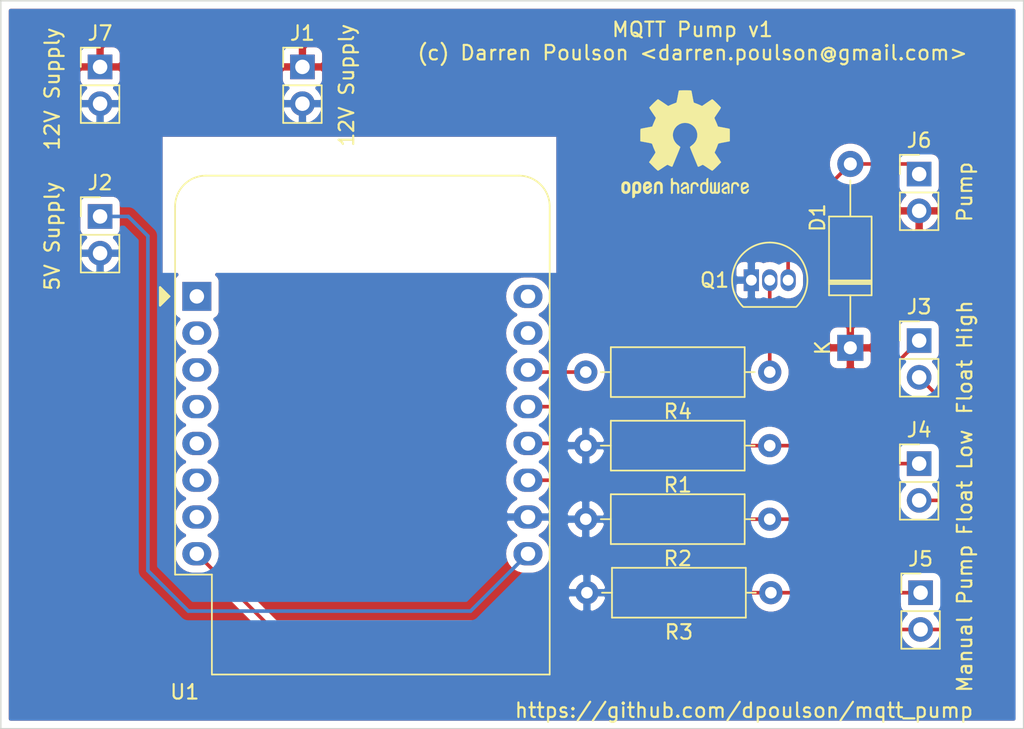
<source format=kicad_pcb>
(kicad_pcb (version 20171130) (host pcbnew 5.1.6-c6e7f7d~87~ubuntu19.10.1)

  (general
    (thickness 1.6)
    (drawings 6)
    (tracks 41)
    (zones 0)
    (modules 15)
    (nets 20)
  )

  (page A4)
  (layers
    (0 F.Cu signal hide)
    (31 B.Cu signal)
    (32 B.Adhes user)
    (33 F.Adhes user)
    (34 B.Paste user)
    (35 F.Paste user)
    (36 B.SilkS user)
    (37 F.SilkS user)
    (38 B.Mask user)
    (39 F.Mask user)
    (40 Dwgs.User user)
    (41 Cmts.User user)
    (42 Eco1.User user)
    (43 Eco2.User user)
    (44 Edge.Cuts user)
    (45 Margin user)
    (46 B.CrtYd user)
    (47 F.CrtYd user)
    (48 B.Fab user)
    (49 F.Fab user)
  )

  (setup
    (last_trace_width 0.25)
    (trace_clearance 0.2)
    (zone_clearance 0.508)
    (zone_45_only no)
    (trace_min 0.2)
    (via_size 0.8)
    (via_drill 0.4)
    (via_min_size 0.4)
    (via_min_drill 0.3)
    (uvia_size 0.3)
    (uvia_drill 0.1)
    (uvias_allowed no)
    (uvia_min_size 0.2)
    (uvia_min_drill 0.1)
    (edge_width 0.05)
    (segment_width 0.2)
    (pcb_text_width 0.3)
    (pcb_text_size 1.5 1.5)
    (mod_edge_width 0.12)
    (mod_text_size 1 1)
    (mod_text_width 0.15)
    (pad_size 1.524 1.524)
    (pad_drill 0.762)
    (pad_to_mask_clearance 0.05)
    (aux_axis_origin 0 0)
    (visible_elements FFFFFF7F)
    (pcbplotparams
      (layerselection 0x010fc_ffffffff)
      (usegerberextensions false)
      (usegerberattributes true)
      (usegerberadvancedattributes true)
      (creategerberjobfile true)
      (excludeedgelayer true)
      (linewidth 0.100000)
      (plotframeref false)
      (viasonmask false)
      (mode 1)
      (useauxorigin false)
      (hpglpennumber 1)
      (hpglpenspeed 20)
      (hpglpendiameter 15.000000)
      (psnegative false)
      (psa4output false)
      (plotreference true)
      (plotvalue true)
      (plotinvisibletext false)
      (padsonsilk false)
      (subtractmaskfromsilk false)
      (outputformat 1)
      (mirror false)
      (drillshape 0)
      (scaleselection 1)
      (outputdirectory ""))
  )

  (net 0 "")
  (net 1 +12V)
  (net 2 "Net-(D1-Pad2)")
  (net 3 GND)
  (net 4 +5V)
  (net 5 "Net-(J3-Pad1)")
  (net 6 +3V3)
  (net 7 "Net-(J4-Pad1)")
  (net 8 "Net-(J5-Pad1)")
  (net 9 "Net-(Q1-Pad2)")
  (net 10 "Net-(R4-Pad2)")
  (net 11 "Net-(U1-Pad2)")
  (net 12 "Net-(U1-Pad1)")
  (net 13 "Net-(U1-Pad4)")
  (net 14 "Net-(U1-Pad5)")
  (net 15 "Net-(U1-Pad6)")
  (net 16 "Net-(U1-Pad7)")
  (net 17 "Net-(U1-Pad15)")
  (net 18 "Net-(U1-Pad16)")
  (net 19 "Net-(U1-Pad3)")

  (net_class Default "This is the default net class."
    (clearance 0.2)
    (trace_width 0.25)
    (via_dia 0.8)
    (via_drill 0.4)
    (uvia_dia 0.3)
    (uvia_drill 0.1)
    (add_net +12V)
    (add_net +3V3)
    (add_net +5V)
    (add_net GND)
    (add_net "Net-(D1-Pad2)")
    (add_net "Net-(J3-Pad1)")
    (add_net "Net-(J4-Pad1)")
    (add_net "Net-(J5-Pad1)")
    (add_net "Net-(Q1-Pad2)")
    (add_net "Net-(R4-Pad2)")
    (add_net "Net-(U1-Pad1)")
    (add_net "Net-(U1-Pad15)")
    (add_net "Net-(U1-Pad16)")
    (add_net "Net-(U1-Pad2)")
    (add_net "Net-(U1-Pad3)")
    (add_net "Net-(U1-Pad4)")
    (add_net "Net-(U1-Pad5)")
    (add_net "Net-(U1-Pad6)")
    (add_net "Net-(U1-Pad7)")
  )

  (module Symbol:OSHW-Logo2_9.8x8mm_SilkScreen (layer F.Cu) (tedit 0) (tstamp 609B3DD2)
    (at 146.812 97.028)
    (descr "Open Source Hardware Symbol")
    (tags "Logo Symbol OSHW")
    (attr virtual)
    (fp_text reference REF** (at 0 0) (layer F.SilkS) hide
      (effects (font (size 1 1) (thickness 0.15)))
    )
    (fp_text value OSHW-Logo2_9.8x8mm_SilkScreen (at 0.75 0) (layer F.Fab) hide
      (effects (font (size 1 1) (thickness 0.15)))
    )
    (fp_poly (pts (xy 0.139878 -3.712224) (xy 0.245612 -3.711645) (xy 0.322132 -3.710078) (xy 0.374372 -3.707028)
      (xy 0.407263 -3.702004) (xy 0.425737 -3.694511) (xy 0.434727 -3.684056) (xy 0.439163 -3.670147)
      (xy 0.439594 -3.668346) (xy 0.446333 -3.635855) (xy 0.458808 -3.571748) (xy 0.475719 -3.482849)
      (xy 0.495771 -3.375981) (xy 0.517664 -3.257967) (xy 0.518429 -3.253822) (xy 0.540359 -3.138169)
      (xy 0.560877 -3.035986) (xy 0.578659 -2.953402) (xy 0.592381 -2.896544) (xy 0.600718 -2.871542)
      (xy 0.601116 -2.871099) (xy 0.625677 -2.85889) (xy 0.676315 -2.838544) (xy 0.742095 -2.814455)
      (xy 0.742461 -2.814326) (xy 0.825317 -2.783182) (xy 0.923 -2.743509) (xy 1.015077 -2.703619)
      (xy 1.019434 -2.701647) (xy 1.169407 -2.63358) (xy 1.501498 -2.860361) (xy 1.603374 -2.929496)
      (xy 1.695657 -2.991303) (xy 1.773003 -3.042267) (xy 1.830064 -3.078873) (xy 1.861495 -3.097606)
      (xy 1.864479 -3.098996) (xy 1.887321 -3.09281) (xy 1.929982 -3.062965) (xy 1.994128 -3.008053)
      (xy 2.081421 -2.926666) (xy 2.170535 -2.840078) (xy 2.256441 -2.754753) (xy 2.333327 -2.676892)
      (xy 2.396564 -2.611303) (xy 2.441523 -2.562795) (xy 2.463576 -2.536175) (xy 2.464396 -2.534805)
      (xy 2.466834 -2.516537) (xy 2.45765 -2.486705) (xy 2.434574 -2.441279) (xy 2.395337 -2.37623)
      (xy 2.33767 -2.28753) (xy 2.260795 -2.173343) (xy 2.19257 -2.072838) (xy 2.131582 -1.982697)
      (xy 2.081356 -1.908151) (xy 2.045416 -1.854435) (xy 2.027287 -1.826782) (xy 2.026146 -1.824905)
      (xy 2.028359 -1.79841) (xy 2.045138 -1.746914) (xy 2.073142 -1.680149) (xy 2.083122 -1.658828)
      (xy 2.126672 -1.563841) (xy 2.173134 -1.456063) (xy 2.210877 -1.362808) (xy 2.238073 -1.293594)
      (xy 2.259675 -1.240994) (xy 2.272158 -1.213503) (xy 2.273709 -1.211384) (xy 2.296668 -1.207876)
      (xy 2.350786 -1.198262) (xy 2.428868 -1.183911) (xy 2.523719 -1.166193) (xy 2.628143 -1.146475)
      (xy 2.734944 -1.126126) (xy 2.836926 -1.106514) (xy 2.926894 -1.089009) (xy 2.997653 -1.074978)
      (xy 3.042006 -1.065791) (xy 3.052885 -1.063193) (xy 3.064122 -1.056782) (xy 3.072605 -1.042303)
      (xy 3.078714 -1.014867) (xy 3.082832 -0.969589) (xy 3.085341 -0.90158) (xy 3.086621 -0.805953)
      (xy 3.087054 -0.67782) (xy 3.087077 -0.625299) (xy 3.087077 -0.198155) (xy 2.9845 -0.177909)
      (xy 2.927431 -0.16693) (xy 2.842269 -0.150905) (xy 2.739372 -0.131767) (xy 2.629096 -0.111449)
      (xy 2.598615 -0.105868) (xy 2.496855 -0.086083) (xy 2.408205 -0.066627) (xy 2.340108 -0.049303)
      (xy 2.300004 -0.035912) (xy 2.293323 -0.031921) (xy 2.276919 -0.003658) (xy 2.253399 0.051109)
      (xy 2.227316 0.121588) (xy 2.222142 0.136769) (xy 2.187956 0.230896) (xy 2.145523 0.337101)
      (xy 2.103997 0.432473) (xy 2.103792 0.432916) (xy 2.03464 0.582525) (xy 2.489512 1.251617)
      (xy 2.1975 1.544116) (xy 2.10918 1.63117) (xy 2.028625 1.707909) (xy 1.96036 1.770237)
      (xy 1.908908 1.814056) (xy 1.878794 1.83527) (xy 1.874474 1.836616) (xy 1.849111 1.826016)
      (xy 1.797358 1.796547) (xy 1.724868 1.751705) (xy 1.637294 1.694984) (xy 1.542612 1.631462)
      (xy 1.446516 1.566668) (xy 1.360837 1.510287) (xy 1.291016 1.465788) (xy 1.242494 1.436639)
      (xy 1.220782 1.426308) (xy 1.194293 1.43505) (xy 1.144062 1.458087) (xy 1.080451 1.490631)
      (xy 1.073708 1.494249) (xy 0.988046 1.53721) (xy 0.929306 1.558279) (xy 0.892772 1.558503)
      (xy 0.873731 1.538928) (xy 0.87362 1.538654) (xy 0.864102 1.515472) (xy 0.841403 1.460441)
      (xy 0.807282 1.377822) (xy 0.7635 1.271872) (xy 0.711816 1.146852) (xy 0.653992 1.00702)
      (xy 0.597991 0.871637) (xy 0.536447 0.722234) (xy 0.479939 0.583832) (xy 0.430161 0.460673)
      (xy 0.388806 0.357002) (xy 0.357568 0.277059) (xy 0.338141 0.225088) (xy 0.332154 0.205692)
      (xy 0.347168 0.183443) (xy 0.386439 0.147982) (xy 0.438807 0.108887) (xy 0.587941 -0.014755)
      (xy 0.704511 -0.156478) (xy 0.787118 -0.313296) (xy 0.834366 -0.482225) (xy 0.844857 -0.660278)
      (xy 0.837231 -0.742461) (xy 0.795682 -0.912969) (xy 0.724123 -1.063541) (xy 0.626995 -1.192691)
      (xy 0.508734 -1.298936) (xy 0.37378 -1.38079) (xy 0.226571 -1.436768) (xy 0.071544 -1.465385)
      (xy -0.086861 -1.465156) (xy -0.244206 -1.434595) (xy -0.396054 -1.372218) (xy -0.537965 -1.27654)
      (xy -0.597197 -1.222428) (xy -0.710797 -1.08348) (xy -0.789894 -0.931639) (xy -0.835014 -0.771333)
      (xy -0.846684 -0.606988) (xy -0.825431 -0.443029) (xy -0.77178 -0.283882) (xy -0.68626 -0.133975)
      (xy -0.569395 0.002267) (xy -0.438807 0.108887) (xy -0.384412 0.149642) (xy -0.345986 0.184718)
      (xy -0.332154 0.205726) (xy -0.339397 0.228635) (xy -0.359995 0.283365) (xy -0.392254 0.365672)
      (xy -0.434479 0.471315) (xy -0.484977 0.59605) (xy -0.542052 0.735636) (xy -0.598146 0.87167)
      (xy -0.660033 1.021201) (xy -0.717356 1.159767) (xy -0.768356 1.283107) (xy -0.811273 1.386964)
      (xy -0.844347 1.46708) (xy -0.865819 1.519195) (xy -0.873775 1.538654) (xy -0.892571 1.558423)
      (xy -0.928926 1.558365) (xy -0.987521 1.537441) (xy -1.073032 1.494613) (xy -1.073708 1.494249)
      (xy -1.138093 1.461012) (xy -1.190139 1.436802) (xy -1.219488 1.426404) (xy -1.220783 1.426308)
      (xy -1.242876 1.436855) (xy -1.291652 1.466184) (xy -1.361669 1.510827) (xy -1.447486 1.567314)
      (xy -1.542612 1.631462) (xy -1.63946 1.696411) (xy -1.726747 1.752896) (xy -1.798819 1.797421)
      (xy -1.850023 1.82649) (xy -1.874474 1.836616) (xy -1.89699 1.823307) (xy -1.942258 1.786112)
      (xy -2.005756 1.729128) (xy -2.082961 1.656449) (xy -2.169349 1.572171) (xy -2.197601 1.544016)
      (xy -2.489713 1.251416) (xy -2.267369 0.925104) (xy -2.199798 0.824897) (xy -2.140493 0.734963)
      (xy -2.092783 0.66051) (xy -2.059993 0.606751) (xy -2.045452 0.578894) (xy -2.045026 0.576912)
      (xy -2.052692 0.550655) (xy -2.073311 0.497837) (xy -2.103315 0.42731) (xy -2.124375 0.380093)
      (xy -2.163752 0.289694) (xy -2.200835 0.198366) (xy -2.229585 0.1212) (xy -2.237395 0.097692)
      (xy -2.259583 0.034916) (xy -2.281273 -0.013589) (xy -2.293187 -0.031921) (xy -2.319477 -0.043141)
      (xy -2.376858 -0.059046) (xy -2.457882 -0.077833) (xy -2.555105 -0.097701) (xy -2.598615 -0.105868)
      (xy -2.709104 -0.126171) (xy -2.815084 -0.14583) (xy -2.906199 -0.162912) (xy -2.972092 -0.175482)
      (xy -2.9845 -0.177909) (xy -3.087077 -0.198155) (xy -3.087077 -0.625299) (xy -3.086847 -0.765754)
      (xy -3.085901 -0.872021) (xy -3.083859 -0.948987) (xy -3.080338 -1.00154) (xy -3.074957 -1.034567)
      (xy -3.067334 -1.052955) (xy -3.057088 -1.061592) (xy -3.052885 -1.063193) (xy -3.02753 -1.068873)
      (xy -2.971516 -1.080205) (xy -2.892036 -1.095821) (xy -2.796288 -1.114353) (xy -2.691467 -1.134431)
      (xy -2.584768 -1.154688) (xy -2.483387 -1.173754) (xy -2.394521 -1.190261) (xy -2.325363 -1.202841)
      (xy -2.283111 -1.210125) (xy -2.27371 -1.211384) (xy -2.265193 -1.228237) (xy -2.24634 -1.27313)
      (xy -2.220676 -1.33757) (xy -2.210877 -1.362808) (xy -2.171352 -1.460314) (xy -2.124808 -1.568041)
      (xy -2.083123 -1.658828) (xy -2.05245 -1.728247) (xy -2.032044 -1.78529) (xy -2.025232 -1.820223)
      (xy -2.026318 -1.824905) (xy -2.040715 -1.847009) (xy -2.073588 -1.896169) (xy -2.12141 -1.967152)
      (xy -2.180652 -2.054722) (xy -2.247785 -2.153643) (xy -2.261059 -2.17317) (xy -2.338954 -2.28886)
      (xy -2.396213 -2.376956) (xy -2.435119 -2.441514) (xy -2.457956 -2.486589) (xy -2.467006 -2.516237)
      (xy -2.464552 -2.534515) (xy -2.464489 -2.534631) (xy -2.445173 -2.558639) (xy -2.402449 -2.605053)
      (xy -2.340949 -2.669063) (xy -2.265302 -2.745855) (xy -2.180139 -2.830618) (xy -2.170535 -2.840078)
      (xy -2.06321 -2.944011) (xy -1.980385 -3.020325) (xy -1.920395 -3.070429) (xy -1.881577 -3.09573)
      (xy -1.86448 -3.098996) (xy -1.839527 -3.08475) (xy -1.787745 -3.051844) (xy -1.71448 -3.003792)
      (xy -1.62508 -2.94411) (xy -1.524889 -2.876312) (xy -1.501499 -2.860361) (xy -1.169407 -2.63358)
      (xy -1.019435 -2.701647) (xy -0.92823 -2.741315) (xy -0.830331 -2.781209) (xy -0.746169 -2.813017)
      (xy -0.742462 -2.814326) (xy -0.676631 -2.838424) (xy -0.625884 -2.8588) (xy -0.601158 -2.871064)
      (xy -0.601116 -2.871099) (xy -0.593271 -2.893266) (xy -0.579934 -2.947783) (xy -0.56243 -3.02852)
      (xy -0.542083 -3.12935) (xy -0.520218 -3.244144) (xy -0.518429 -3.253822) (xy -0.496496 -3.372096)
      (xy -0.47636 -3.479458) (xy -0.45932 -3.569083) (xy -0.446672 -3.634149) (xy -0.439716 -3.667832)
      (xy -0.439594 -3.668346) (xy -0.435361 -3.682675) (xy -0.427129 -3.693493) (xy -0.409967 -3.701294)
      (xy -0.378942 -3.706571) (xy -0.329122 -3.709818) (xy -0.255576 -3.711528) (xy -0.153371 -3.712193)
      (xy -0.017575 -3.712307) (xy 0 -3.712308) (xy 0.139878 -3.712224)) (layer F.SilkS) (width 0.01))
    (fp_poly (pts (xy 4.245224 2.647838) (xy 4.322528 2.698361) (xy 4.359814 2.74359) (xy 4.389353 2.825663)
      (xy 4.391699 2.890607) (xy 4.386385 2.977445) (xy 4.186115 3.065103) (xy 4.088739 3.109887)
      (xy 4.025113 3.145913) (xy 3.992029 3.177117) (xy 3.98628 3.207436) (xy 4.004658 3.240805)
      (xy 4.024923 3.262923) (xy 4.083889 3.298393) (xy 4.148024 3.300879) (xy 4.206926 3.273235)
      (xy 4.250197 3.21832) (xy 4.257936 3.198928) (xy 4.295006 3.138364) (xy 4.337654 3.112552)
      (xy 4.396154 3.090471) (xy 4.396154 3.174184) (xy 4.390982 3.23115) (xy 4.370723 3.279189)
      (xy 4.328262 3.334346) (xy 4.321951 3.341514) (xy 4.27472 3.390585) (xy 4.234121 3.41692)
      (xy 4.183328 3.429035) (xy 4.14122 3.433003) (xy 4.065902 3.433991) (xy 4.012286 3.421466)
      (xy 3.978838 3.402869) (xy 3.926268 3.361975) (xy 3.889879 3.317748) (xy 3.86685 3.262126)
      (xy 3.854359 3.187047) (xy 3.849587 3.084449) (xy 3.849206 3.032376) (xy 3.850501 2.969948)
      (xy 3.968471 2.969948) (xy 3.969839 3.003438) (xy 3.973249 3.008923) (xy 3.995753 3.001472)
      (xy 4.044182 2.981753) (xy 4.108908 2.953718) (xy 4.122443 2.947692) (xy 4.204244 2.906096)
      (xy 4.249312 2.869538) (xy 4.259217 2.835296) (xy 4.235526 2.800648) (xy 4.21596 2.785339)
      (xy 4.14536 2.754721) (xy 4.07928 2.75978) (xy 4.023959 2.797151) (xy 3.985636 2.863473)
      (xy 3.973349 2.916116) (xy 3.968471 2.969948) (xy 3.850501 2.969948) (xy 3.85173 2.91072)
      (xy 3.861032 2.82071) (xy 3.87946 2.755167) (xy 3.90936 2.706912) (xy 3.95308 2.668767)
      (xy 3.972141 2.65644) (xy 4.058726 2.624336) (xy 4.153522 2.622316) (xy 4.245224 2.647838)) (layer F.SilkS) (width 0.01))
    (fp_poly (pts (xy 3.570807 2.636782) (xy 3.594161 2.646988) (xy 3.649902 2.691134) (xy 3.697569 2.754967)
      (xy 3.727048 2.823087) (xy 3.731846 2.85667) (xy 3.71576 2.903556) (xy 3.680475 2.928365)
      (xy 3.642644 2.943387) (xy 3.625321 2.946155) (xy 3.616886 2.926066) (xy 3.60023 2.882351)
      (xy 3.592923 2.862598) (xy 3.551948 2.794271) (xy 3.492622 2.760191) (xy 3.416552 2.761239)
      (xy 3.410918 2.762581) (xy 3.370305 2.781836) (xy 3.340448 2.819375) (xy 3.320055 2.879809)
      (xy 3.307836 2.967751) (xy 3.3025 3.087813) (xy 3.302 3.151698) (xy 3.301752 3.252403)
      (xy 3.300126 3.321054) (xy 3.295801 3.364673) (xy 3.287454 3.390282) (xy 3.273765 3.404903)
      (xy 3.253411 3.415558) (xy 3.252234 3.416095) (xy 3.213038 3.432667) (xy 3.193619 3.438769)
      (xy 3.190635 3.420319) (xy 3.188081 3.369323) (xy 3.18614 3.292308) (xy 3.184997 3.195805)
      (xy 3.184769 3.125184) (xy 3.185932 2.988525) (xy 3.190479 2.884851) (xy 3.199999 2.808108)
      (xy 3.216081 2.752246) (xy 3.240313 2.711212) (xy 3.274286 2.678954) (xy 3.307833 2.65644)
      (xy 3.388499 2.626476) (xy 3.482381 2.619718) (xy 3.570807 2.636782)) (layer F.SilkS) (width 0.01))
    (fp_poly (pts (xy 2.887333 2.633528) (xy 2.94359 2.659117) (xy 2.987747 2.690124) (xy 3.020101 2.724795)
      (xy 3.042438 2.76952) (xy 3.056546 2.830692) (xy 3.064211 2.914701) (xy 3.06722 3.02794)
      (xy 3.067538 3.102509) (xy 3.067538 3.39342) (xy 3.017773 3.416095) (xy 2.978576 3.432667)
      (xy 2.959157 3.438769) (xy 2.955442 3.42061) (xy 2.952495 3.371648) (xy 2.950691 3.300153)
      (xy 2.950308 3.243385) (xy 2.948661 3.161371) (xy 2.944222 3.096309) (xy 2.93774 3.056467)
      (xy 2.93259 3.048) (xy 2.897977 3.056646) (xy 2.84364 3.078823) (xy 2.780722 3.108886)
      (xy 2.720368 3.141192) (xy 2.673721 3.170098) (xy 2.651926 3.189961) (xy 2.651839 3.190175)
      (xy 2.653714 3.226935) (xy 2.670525 3.262026) (xy 2.700039 3.290528) (xy 2.743116 3.300061)
      (xy 2.779932 3.29895) (xy 2.832074 3.298133) (xy 2.859444 3.310349) (xy 2.875882 3.342624)
      (xy 2.877955 3.34871) (xy 2.885081 3.394739) (xy 2.866024 3.422687) (xy 2.816353 3.436007)
      (xy 2.762697 3.43847) (xy 2.666142 3.42021) (xy 2.616159 3.394131) (xy 2.554429 3.332868)
      (xy 2.52169 3.25767) (xy 2.518753 3.178211) (xy 2.546424 3.104167) (xy 2.588047 3.057769)
      (xy 2.629604 3.031793) (xy 2.694922 2.998907) (xy 2.771038 2.965557) (xy 2.783726 2.960461)
      (xy 2.867333 2.923565) (xy 2.91553 2.891046) (xy 2.93103 2.858718) (xy 2.91655 2.822394)
      (xy 2.891692 2.794) (xy 2.832939 2.759039) (xy 2.768293 2.756417) (xy 2.709008 2.783358)
      (xy 2.666339 2.837088) (xy 2.660739 2.85095) (xy 2.628133 2.901936) (xy 2.58053 2.939787)
      (xy 2.520461 2.97085) (xy 2.520461 2.882768) (xy 2.523997 2.828951) (xy 2.539156 2.786534)
      (xy 2.572768 2.741279) (xy 2.605035 2.70642) (xy 2.655209 2.657062) (xy 2.694193 2.630547)
      (xy 2.736064 2.619911) (xy 2.78346 2.618154) (xy 2.887333 2.633528)) (layer F.SilkS) (width 0.01))
    (fp_poly (pts (xy 2.395929 2.636662) (xy 2.398911 2.688068) (xy 2.401247 2.766192) (xy 2.402749 2.864857)
      (xy 2.403231 2.968343) (xy 2.403231 3.318533) (xy 2.341401 3.380363) (xy 2.298793 3.418462)
      (xy 2.26139 3.433895) (xy 2.21027 3.432918) (xy 2.189978 3.430433) (xy 2.126554 3.4232)
      (xy 2.074095 3.419055) (xy 2.061308 3.418672) (xy 2.018199 3.421176) (xy 1.956544 3.427462)
      (xy 1.932638 3.430433) (xy 1.873922 3.435028) (xy 1.834464 3.425046) (xy 1.795338 3.394228)
      (xy 1.781215 3.380363) (xy 1.719385 3.318533) (xy 1.719385 2.663503) (xy 1.76915 2.640829)
      (xy 1.812002 2.624034) (xy 1.837073 2.618154) (xy 1.843501 2.636736) (xy 1.849509 2.688655)
      (xy 1.854697 2.768172) (xy 1.858664 2.869546) (xy 1.860577 2.955192) (xy 1.865923 3.292231)
      (xy 1.91256 3.298825) (xy 1.954976 3.294214) (xy 1.97576 3.279287) (xy 1.98157 3.251377)
      (xy 1.98653 3.191925) (xy 1.990246 3.108466) (xy 1.992324 3.008532) (xy 1.992624 2.957104)
      (xy 1.992923 2.661054) (xy 2.054454 2.639604) (xy 2.098004 2.62502) (xy 2.121694 2.618219)
      (xy 2.122377 2.618154) (xy 2.124754 2.636642) (xy 2.127366 2.687906) (xy 2.129995 2.765649)
      (xy 2.132421 2.863574) (xy 2.134115 2.955192) (xy 2.139461 3.292231) (xy 2.256692 3.292231)
      (xy 2.262072 2.984746) (xy 2.267451 2.677261) (xy 2.324601 2.647707) (xy 2.366797 2.627413)
      (xy 2.39177 2.618204) (xy 2.392491 2.618154) (xy 2.395929 2.636662)) (layer F.SilkS) (width 0.01))
    (fp_poly (pts (xy 1.602081 2.780289) (xy 1.601833 2.92632) (xy 1.600872 3.038655) (xy 1.598794 3.122678)
      (xy 1.595193 3.183769) (xy 1.589665 3.227309) (xy 1.581804 3.258679) (xy 1.571207 3.283262)
      (xy 1.563182 3.297294) (xy 1.496728 3.373388) (xy 1.41247 3.421084) (xy 1.319249 3.438199)
      (xy 1.2259 3.422546) (xy 1.170312 3.394418) (xy 1.111957 3.34576) (xy 1.072186 3.286333)
      (xy 1.04819 3.208507) (xy 1.037161 3.104652) (xy 1.035599 3.028462) (xy 1.035809 3.022986)
      (xy 1.172308 3.022986) (xy 1.173141 3.110355) (xy 1.176961 3.168192) (xy 1.185746 3.206029)
      (xy 1.201474 3.233398) (xy 1.220266 3.254042) (xy 1.283375 3.29389) (xy 1.351137 3.297295)
      (xy 1.415179 3.264025) (xy 1.420164 3.259517) (xy 1.441439 3.236067) (xy 1.454779 3.208166)
      (xy 1.462001 3.166641) (xy 1.464923 3.102316) (xy 1.465385 3.0312) (xy 1.464383 2.941858)
      (xy 1.460238 2.882258) (xy 1.451236 2.843089) (xy 1.435667 2.81504) (xy 1.422902 2.800144)
      (xy 1.3636 2.762575) (xy 1.295301 2.758057) (xy 1.23011 2.786753) (xy 1.217528 2.797406)
      (xy 1.196111 2.821063) (xy 1.182744 2.849251) (xy 1.175566 2.891245) (xy 1.172719 2.956319)
      (xy 1.172308 3.022986) (xy 1.035809 3.022986) (xy 1.040322 2.905765) (xy 1.056362 2.813577)
      (xy 1.086528 2.744269) (xy 1.133629 2.690211) (xy 1.170312 2.662505) (xy 1.23699 2.632572)
      (xy 1.314272 2.618678) (xy 1.38611 2.622397) (xy 1.426308 2.6374) (xy 1.442082 2.64167)
      (xy 1.45255 2.62575) (xy 1.459856 2.583089) (xy 1.465385 2.518106) (xy 1.471437 2.445732)
      (xy 1.479844 2.402187) (xy 1.495141 2.377287) (xy 1.521864 2.360845) (xy 1.538654 2.353564)
      (xy 1.602154 2.326963) (xy 1.602081 2.780289)) (layer F.SilkS) (width 0.01))
    (fp_poly (pts (xy 0.713362 2.62467) (xy 0.802117 2.657421) (xy 0.874022 2.71535) (xy 0.902144 2.756128)
      (xy 0.932802 2.830954) (xy 0.932165 2.885058) (xy 0.899987 2.921446) (xy 0.888081 2.927633)
      (xy 0.836675 2.946925) (xy 0.810422 2.941982) (xy 0.80153 2.909587) (xy 0.801077 2.891692)
      (xy 0.784797 2.825859) (xy 0.742365 2.779807) (xy 0.683388 2.757564) (xy 0.617475 2.763161)
      (xy 0.563895 2.792229) (xy 0.545798 2.80881) (xy 0.532971 2.828925) (xy 0.524306 2.859332)
      (xy 0.518696 2.906788) (xy 0.515035 2.97805) (xy 0.512215 3.079875) (xy 0.511484 3.112115)
      (xy 0.50882 3.22241) (xy 0.505792 3.300036) (xy 0.50125 3.351396) (xy 0.494046 3.38289)
      (xy 0.483033 3.40092) (xy 0.46706 3.411888) (xy 0.456834 3.416733) (xy 0.413406 3.433301)
      (xy 0.387842 3.438769) (xy 0.379395 3.420507) (xy 0.374239 3.365296) (xy 0.372346 3.272499)
      (xy 0.373689 3.141478) (xy 0.374107 3.121269) (xy 0.377058 3.001733) (xy 0.380548 2.914449)
      (xy 0.385514 2.852591) (xy 0.392893 2.809336) (xy 0.403624 2.77786) (xy 0.418645 2.751339)
      (xy 0.426502 2.739975) (xy 0.471553 2.689692) (xy 0.52194 2.650581) (xy 0.528108 2.647167)
      (xy 0.618458 2.620212) (xy 0.713362 2.62467)) (layer F.SilkS) (width 0.01))
    (fp_poly (pts (xy 0.053501 2.626303) (xy 0.13006 2.654733) (xy 0.130936 2.655279) (xy 0.178285 2.690127)
      (xy 0.213241 2.730852) (xy 0.237825 2.783925) (xy 0.254062 2.855814) (xy 0.263975 2.952992)
      (xy 0.269586 3.081928) (xy 0.270077 3.100298) (xy 0.277141 3.377287) (xy 0.217695 3.408028)
      (xy 0.174681 3.428802) (xy 0.14871 3.438646) (xy 0.147509 3.438769) (xy 0.143014 3.420606)
      (xy 0.139444 3.371612) (xy 0.137248 3.300031) (xy 0.136769 3.242068) (xy 0.136758 3.14817)
      (xy 0.132466 3.089203) (xy 0.117503 3.061079) (xy 0.085482 3.059706) (xy 0.030014 3.080998)
      (xy -0.053731 3.120136) (xy -0.115311 3.152643) (xy -0.146983 3.180845) (xy -0.156294 3.211582)
      (xy -0.156308 3.213104) (xy -0.140943 3.266054) (xy -0.095453 3.29466) (xy -0.025834 3.298803)
      (xy 0.024313 3.298084) (xy 0.050754 3.312527) (xy 0.067243 3.347218) (xy 0.076733 3.391416)
      (xy 0.063057 3.416493) (xy 0.057907 3.420082) (xy 0.009425 3.434496) (xy -0.058469 3.436537)
      (xy -0.128388 3.426983) (xy -0.177932 3.409522) (xy -0.24643 3.351364) (xy -0.285366 3.270408)
      (xy -0.293077 3.20716) (xy -0.287193 3.150111) (xy -0.265899 3.103542) (xy -0.223735 3.062181)
      (xy -0.155241 3.020755) (xy -0.054956 2.973993) (xy -0.048846 2.97135) (xy 0.04149 2.929617)
      (xy 0.097235 2.895391) (xy 0.121129 2.864635) (xy 0.115913 2.833311) (xy 0.084328 2.797383)
      (xy 0.074883 2.789116) (xy 0.011617 2.757058) (xy -0.053936 2.758407) (xy -0.111028 2.789838)
      (xy -0.148907 2.848024) (xy -0.152426 2.859446) (xy -0.1867 2.914837) (xy -0.230191 2.941518)
      (xy -0.293077 2.96796) (xy -0.293077 2.899548) (xy -0.273948 2.80011) (xy -0.217169 2.708902)
      (xy -0.187622 2.678389) (xy -0.120458 2.639228) (xy -0.035044 2.6215) (xy 0.053501 2.626303)) (layer F.SilkS) (width 0.01))
    (fp_poly (pts (xy -0.840154 2.49212) (xy -0.834428 2.57198) (xy -0.827851 2.619039) (xy -0.818738 2.639566)
      (xy -0.805402 2.639829) (xy -0.801077 2.637378) (xy -0.743556 2.619636) (xy -0.668732 2.620672)
      (xy -0.592661 2.63891) (xy -0.545082 2.662505) (xy -0.496298 2.700198) (xy -0.460636 2.742855)
      (xy -0.436155 2.797057) (xy -0.420913 2.869384) (xy -0.41297 2.966419) (xy -0.410384 3.094742)
      (xy -0.410338 3.119358) (xy -0.410308 3.39587) (xy -0.471839 3.41732) (xy -0.515541 3.431912)
      (xy -0.539518 3.438706) (xy -0.540223 3.438769) (xy -0.542585 3.420345) (xy -0.544594 3.369526)
      (xy -0.546099 3.292993) (xy -0.546947 3.19743) (xy -0.547077 3.139329) (xy -0.547349 3.024771)
      (xy -0.548748 2.942667) (xy -0.552151 2.886393) (xy -0.558433 2.849326) (xy -0.568471 2.824844)
      (xy -0.583139 2.806325) (xy -0.592298 2.797406) (xy -0.655211 2.761466) (xy -0.723864 2.758775)
      (xy -0.786152 2.78917) (xy -0.797671 2.800144) (xy -0.814567 2.820779) (xy -0.826286 2.845256)
      (xy -0.833767 2.880647) (xy -0.837946 2.934026) (xy -0.839763 3.012466) (xy -0.840154 3.120617)
      (xy -0.840154 3.39587) (xy -0.901685 3.41732) (xy -0.945387 3.431912) (xy -0.969364 3.438706)
      (xy -0.97007 3.438769) (xy -0.971874 3.420069) (xy -0.9735 3.367322) (xy -0.974883 3.285557)
      (xy -0.975958 3.179805) (xy -0.97666 3.055094) (xy -0.976923 2.916455) (xy -0.976923 2.381806)
      (xy -0.849923 2.328236) (xy -0.840154 2.49212)) (layer F.SilkS) (width 0.01))
    (fp_poly (pts (xy -2.465746 2.599745) (xy -2.388714 2.651567) (xy -2.329184 2.726412) (xy -2.293622 2.821654)
      (xy -2.286429 2.891756) (xy -2.287246 2.921009) (xy -2.294086 2.943407) (xy -2.312888 2.963474)
      (xy -2.349592 2.985733) (xy -2.410138 3.014709) (xy -2.500466 3.054927) (xy -2.500923 3.055129)
      (xy -2.584067 3.09321) (xy -2.652247 3.127025) (xy -2.698495 3.152933) (xy -2.715842 3.167295)
      (xy -2.715846 3.167411) (xy -2.700557 3.198685) (xy -2.664804 3.233157) (xy -2.623758 3.25799)
      (xy -2.602963 3.262923) (xy -2.54623 3.245862) (xy -2.497373 3.203133) (xy -2.473535 3.156155)
      (xy -2.450603 3.121522) (xy -2.405682 3.082081) (xy -2.352877 3.048009) (xy -2.30629 3.02948)
      (xy -2.296548 3.028462) (xy -2.285582 3.045215) (xy -2.284921 3.088039) (xy -2.29298 3.145781)
      (xy -2.308173 3.207289) (xy -2.328914 3.261409) (xy -2.329962 3.26351) (xy -2.392379 3.35066)
      (xy -2.473274 3.409939) (xy -2.565144 3.439034) (xy -2.660487 3.435634) (xy -2.751802 3.397428)
      (xy -2.755862 3.394741) (xy -2.827694 3.329642) (xy -2.874927 3.244705) (xy -2.901066 3.133021)
      (xy -2.904574 3.101643) (xy -2.910787 2.953536) (xy -2.903339 2.884468) (xy -2.715846 2.884468)
      (xy -2.71341 2.927552) (xy -2.700086 2.940126) (xy -2.666868 2.930719) (xy -2.614506 2.908483)
      (xy -2.555976 2.88061) (xy -2.554521 2.879872) (xy -2.504911 2.853777) (xy -2.485 2.836363)
      (xy -2.48991 2.818107) (xy -2.510584 2.79412) (xy -2.563181 2.759406) (xy -2.619823 2.756856)
      (xy -2.670631 2.782119) (xy -2.705724 2.830847) (xy -2.715846 2.884468) (xy -2.903339 2.884468)
      (xy -2.898008 2.835036) (xy -2.865222 2.741055) (xy -2.819579 2.675215) (xy -2.737198 2.608681)
      (xy -2.646454 2.575676) (xy -2.553815 2.573573) (xy -2.465746 2.599745)) (layer F.SilkS) (width 0.01))
    (fp_poly (pts (xy -3.983114 2.587256) (xy -3.891536 2.635409) (xy -3.823951 2.712905) (xy -3.799943 2.762727)
      (xy -3.781262 2.837533) (xy -3.771699 2.932052) (xy -3.770792 3.03521) (xy -3.778079 3.135935)
      (xy -3.793097 3.223153) (xy -3.815385 3.285791) (xy -3.822235 3.296579) (xy -3.903368 3.377105)
      (xy -3.999734 3.425336) (xy -4.104299 3.43945) (xy -4.210032 3.417629) (xy -4.239457 3.404547)
      (xy -4.296759 3.364231) (xy -4.34705 3.310775) (xy -4.351803 3.303995) (xy -4.371122 3.271321)
      (xy -4.383892 3.236394) (xy -4.391436 3.190414) (xy -4.395076 3.124584) (xy -4.396135 3.030105)
      (xy -4.396154 3.008923) (xy -4.396106 3.002182) (xy -4.200769 3.002182) (xy -4.199632 3.091349)
      (xy -4.195159 3.15052) (xy -4.185754 3.188741) (xy -4.169824 3.215053) (xy -4.161692 3.223846)
      (xy -4.114942 3.257261) (xy -4.069553 3.255737) (xy -4.02366 3.226752) (xy -3.996288 3.195809)
      (xy -3.980077 3.150643) (xy -3.970974 3.07942) (xy -3.970349 3.071114) (xy -3.968796 2.942037)
      (xy -3.985035 2.846172) (xy -4.018848 2.784107) (xy -4.070016 2.756432) (xy -4.08828 2.754923)
      (xy -4.13624 2.762513) (xy -4.169047 2.788808) (xy -4.189105 2.839095) (xy -4.198822 2.918664)
      (xy -4.200769 3.002182) (xy -4.396106 3.002182) (xy -4.395426 2.908249) (xy -4.392371 2.837906)
      (xy -4.385678 2.789163) (xy -4.37404 2.753288) (xy -4.356147 2.721548) (xy -4.352192 2.715648)
      (xy -4.285733 2.636104) (xy -4.213315 2.589929) (xy -4.125151 2.571599) (xy -4.095213 2.570703)
      (xy -3.983114 2.587256)) (layer F.SilkS) (width 0.01))
    (fp_poly (pts (xy -1.728336 2.595089) (xy -1.665633 2.631358) (xy -1.622039 2.667358) (xy -1.590155 2.705075)
      (xy -1.56819 2.751199) (xy -1.554351 2.812421) (xy -1.546847 2.895431) (xy -1.543883 3.006919)
      (xy -1.543539 3.087062) (xy -1.543539 3.382065) (xy -1.709615 3.456515) (xy -1.719385 3.133402)
      (xy -1.723421 3.012729) (xy -1.727656 2.925141) (xy -1.732903 2.86465) (xy -1.739975 2.825268)
      (xy -1.749689 2.801007) (xy -1.762856 2.78588) (xy -1.767081 2.782606) (xy -1.831091 2.757034)
      (xy -1.895792 2.767153) (xy -1.934308 2.794) (xy -1.949975 2.813024) (xy -1.96082 2.837988)
      (xy -1.967712 2.875834) (xy -1.971521 2.933502) (xy -1.973117 3.017935) (xy -1.973385 3.105928)
      (xy -1.973437 3.216323) (xy -1.975328 3.294463) (xy -1.981655 3.347165) (xy -1.995017 3.381242)
      (xy -2.018015 3.403511) (xy -2.053246 3.420787) (xy -2.100303 3.438738) (xy -2.151697 3.458278)
      (xy -2.145579 3.111485) (xy -2.143116 2.986468) (xy -2.140233 2.894082) (xy -2.136102 2.827881)
      (xy -2.129893 2.78142) (xy -2.120774 2.748256) (xy -2.107917 2.721944) (xy -2.092416 2.698729)
      (xy -2.017629 2.624569) (xy -1.926372 2.581684) (xy -1.827117 2.571412) (xy -1.728336 2.595089)) (layer F.SilkS) (width 0.01))
    (fp_poly (pts (xy -3.231114 2.584505) (xy -3.156461 2.621727) (xy -3.090569 2.690261) (xy -3.072423 2.715648)
      (xy -3.052655 2.748866) (xy -3.039828 2.784945) (xy -3.03249 2.833098) (xy -3.029187 2.902536)
      (xy -3.028462 2.994206) (xy -3.031737 3.11983) (xy -3.043123 3.214154) (xy -3.064959 3.284523)
      (xy -3.099581 3.338286) (xy -3.14933 3.382788) (xy -3.152986 3.385423) (xy -3.202015 3.412377)
      (xy -3.261055 3.425712) (xy -3.336141 3.429) (xy -3.458205 3.429) (xy -3.458256 3.547497)
      (xy -3.459392 3.613492) (xy -3.466314 3.652202) (xy -3.484402 3.675419) (xy -3.519038 3.694933)
      (xy -3.527355 3.69892) (xy -3.56628 3.717603) (xy -3.596417 3.729403) (xy -3.618826 3.730422)
      (xy -3.634567 3.716761) (xy -3.644698 3.684522) (xy -3.650277 3.629804) (xy -3.652365 3.548711)
      (xy -3.652019 3.437344) (xy -3.6503 3.291802) (xy -3.649763 3.248269) (xy -3.647828 3.098205)
      (xy -3.646096 3.000042) (xy -3.458308 3.000042) (xy -3.457252 3.083364) (xy -3.452562 3.13788)
      (xy -3.441949 3.173837) (xy -3.423128 3.201482) (xy -3.41035 3.214965) (xy -3.35811 3.254417)
      (xy -3.311858 3.257628) (xy -3.264133 3.225049) (xy -3.262923 3.223846) (xy -3.243506 3.198668)
      (xy -3.231693 3.164447) (xy -3.225735 3.111748) (xy -3.22388 3.031131) (xy -3.223846 3.013271)
      (xy -3.22833 2.902175) (xy -3.242926 2.825161) (xy -3.26935 2.778147) (xy -3.309317 2.75705)
      (xy -3.332416 2.754923) (xy -3.387238 2.7649) (xy -3.424842 2.797752) (xy -3.447477 2.857857)
      (xy -3.457394 2.949598) (xy -3.458308 3.000042) (xy -3.646096 3.000042) (xy -3.645778 2.98206)
      (xy -3.643127 2.894679) (xy -3.639394 2.830905) (xy -3.634093 2.785582) (xy -3.626742 2.753555)
      (xy -3.616857 2.729668) (xy -3.603954 2.708764) (xy -3.598421 2.700898) (xy -3.525031 2.626595)
      (xy -3.43224 2.584467) (xy -3.324904 2.572722) (xy -3.231114 2.584505)) (layer F.SilkS) (width 0.01))
  )

  (module Diode_THT:D_A-405_P12.70mm_Horizontal (layer F.Cu) (tedit 5AE50CD5) (tstamp 609B247C)
    (at 158.218 111.098 90)
    (descr "Diode, A-405 series, Axial, Horizontal, pin pitch=12.7mm, , length*diameter=5.2*2.7mm^2, , http://www.diodes.com/_files/packages/A-405.pdf")
    (tags "Diode A-405 series Axial Horizontal pin pitch 12.7mm  length 5.2mm diameter 2.7mm")
    (path /609B5494)
    (fp_text reference D1 (at 8.99 -2.262 90) (layer F.SilkS)
      (effects (font (size 1 1) (thickness 0.15)))
    )
    (fp_text value D (at 6.35 2.47 90) (layer F.Fab)
      (effects (font (size 1 1) (thickness 0.15)))
    )
    (fp_line (start 3.75 -1.35) (end 3.75 1.35) (layer F.Fab) (width 0.1))
    (fp_line (start 3.75 1.35) (end 8.95 1.35) (layer F.Fab) (width 0.1))
    (fp_line (start 8.95 1.35) (end 8.95 -1.35) (layer F.Fab) (width 0.1))
    (fp_line (start 8.95 -1.35) (end 3.75 -1.35) (layer F.Fab) (width 0.1))
    (fp_line (start 0 0) (end 3.75 0) (layer F.Fab) (width 0.1))
    (fp_line (start 12.7 0) (end 8.95 0) (layer F.Fab) (width 0.1))
    (fp_line (start 4.53 -1.35) (end 4.53 1.35) (layer F.Fab) (width 0.1))
    (fp_line (start 4.63 -1.35) (end 4.63 1.35) (layer F.Fab) (width 0.1))
    (fp_line (start 4.43 -1.35) (end 4.43 1.35) (layer F.Fab) (width 0.1))
    (fp_line (start 3.63 -1.47) (end 3.63 1.47) (layer F.SilkS) (width 0.12))
    (fp_line (start 3.63 1.47) (end 9.07 1.47) (layer F.SilkS) (width 0.12))
    (fp_line (start 9.07 1.47) (end 9.07 -1.47) (layer F.SilkS) (width 0.12))
    (fp_line (start 9.07 -1.47) (end 3.63 -1.47) (layer F.SilkS) (width 0.12))
    (fp_line (start 1.14 0) (end 3.63 0) (layer F.SilkS) (width 0.12))
    (fp_line (start 11.56 0) (end 9.07 0) (layer F.SilkS) (width 0.12))
    (fp_line (start 4.53 -1.47) (end 4.53 1.47) (layer F.SilkS) (width 0.12))
    (fp_line (start 4.65 -1.47) (end 4.65 1.47) (layer F.SilkS) (width 0.12))
    (fp_line (start 4.41 -1.47) (end 4.41 1.47) (layer F.SilkS) (width 0.12))
    (fp_line (start -1.15 -1.6) (end -1.15 1.6) (layer F.CrtYd) (width 0.05))
    (fp_line (start -1.15 1.6) (end 13.85 1.6) (layer F.CrtYd) (width 0.05))
    (fp_line (start 13.85 1.6) (end 13.85 -1.6) (layer F.CrtYd) (width 0.05))
    (fp_line (start 13.85 -1.6) (end -1.15 -1.6) (layer F.CrtYd) (width 0.05))
    (fp_text user K (at 0 -1.9 90) (layer F.Fab)
      (effects (font (size 1 1) (thickness 0.15)))
    )
    (fp_text user K (at 0 -1.9 90) (layer F.SilkS)
      (effects (font (size 1 1) (thickness 0.15)))
    )
    (pad 1 thru_hole rect (at 0 0 90) (size 1.8 1.8) (drill 0.9) (layers *.Cu *.Mask)
      (net 1 +12V))
    (pad 2 thru_hole oval (at 12.7 0 90) (size 1.8 1.8) (drill 0.9) (layers *.Cu *.Mask)
      (net 2 "Net-(D1-Pad2)"))
    (model ${KISYS3DMOD}/Diode_THT.3dshapes/D_A-405_P12.70mm_Horizontal.wrl
      (at (xyz 0 0 0))
      (scale (xyz 1 1 1))
      (rotate (xyz 0 0 0))
    )
  )

  (module Connector_PinHeader_2.54mm:PinHeader_1x02_P2.54mm_Vertical (layer F.Cu) (tedit 59FED5CC) (tstamp 609B139B)
    (at 120.396 91.694)
    (descr "Through hole straight pin header, 1x02, 2.54mm pitch, single row")
    (tags "Through hole pin header THT 1x02 2.54mm single row")
    (path /609DDA65)
    (fp_text reference J1 (at 0 -2.33) (layer F.SilkS)
      (effects (font (size 1 1) (thickness 0.15)))
    )
    (fp_text value "12V Supply" (at 3.048 1.27 90) (layer F.SilkS)
      (effects (font (size 1 1) (thickness 0.15)))
    )
    (fp_line (start -0.635 -1.27) (end 1.27 -1.27) (layer F.Fab) (width 0.1))
    (fp_line (start 1.27 -1.27) (end 1.27 3.81) (layer F.Fab) (width 0.1))
    (fp_line (start 1.27 3.81) (end -1.27 3.81) (layer F.Fab) (width 0.1))
    (fp_line (start -1.27 3.81) (end -1.27 -0.635) (layer F.Fab) (width 0.1))
    (fp_line (start -1.27 -0.635) (end -0.635 -1.27) (layer F.Fab) (width 0.1))
    (fp_line (start -1.33 3.87) (end 1.33 3.87) (layer F.SilkS) (width 0.12))
    (fp_line (start -1.33 1.27) (end -1.33 3.87) (layer F.SilkS) (width 0.12))
    (fp_line (start 1.33 1.27) (end 1.33 3.87) (layer F.SilkS) (width 0.12))
    (fp_line (start -1.33 1.27) (end 1.33 1.27) (layer F.SilkS) (width 0.12))
    (fp_line (start -1.33 0) (end -1.33 -1.33) (layer F.SilkS) (width 0.12))
    (fp_line (start -1.33 -1.33) (end 0 -1.33) (layer F.SilkS) (width 0.12))
    (fp_line (start -1.8 -1.8) (end -1.8 4.35) (layer F.CrtYd) (width 0.05))
    (fp_line (start -1.8 4.35) (end 1.8 4.35) (layer F.CrtYd) (width 0.05))
    (fp_line (start 1.8 4.35) (end 1.8 -1.8) (layer F.CrtYd) (width 0.05))
    (fp_line (start 1.8 -1.8) (end -1.8 -1.8) (layer F.CrtYd) (width 0.05))
    (fp_text user %R (at 0 1.27 90) (layer F.Fab)
      (effects (font (size 1 1) (thickness 0.15)))
    )
    (pad 1 thru_hole rect (at 0 0) (size 1.7 1.7) (drill 1) (layers *.Cu *.Mask)
      (net 1 +12V))
    (pad 2 thru_hole oval (at 0 2.54) (size 1.7 1.7) (drill 1) (layers *.Cu *.Mask)
      (net 3 GND))
    (model ${KISYS3DMOD}/Connector_PinHeader_2.54mm.3dshapes/PinHeader_1x02_P2.54mm_Vertical.wrl
      (at (xyz 0 0 0))
      (scale (xyz 1 1 1))
      (rotate (xyz 0 0 0))
    )
  )

  (module Connector_PinHeader_2.54mm:PinHeader_1x02_P2.54mm_Vertical (layer F.Cu) (tedit 59FED5CC) (tstamp 609B13B1)
    (at 106.426 102.024)
    (descr "Through hole straight pin header, 1x02, 2.54mm pitch, single row")
    (tags "Through hole pin header THT 1x02 2.54mm single row")
    (path /609DDF8A)
    (fp_text reference J2 (at 0 -2.33) (layer F.SilkS)
      (effects (font (size 1 1) (thickness 0.15)))
    )
    (fp_text value "5V Supply" (at -3.302 1.354 270) (layer F.SilkS)
      (effects (font (size 1 1) (thickness 0.15)))
    )
    (fp_line (start 1.8 -1.8) (end -1.8 -1.8) (layer F.CrtYd) (width 0.05))
    (fp_line (start 1.8 4.35) (end 1.8 -1.8) (layer F.CrtYd) (width 0.05))
    (fp_line (start -1.8 4.35) (end 1.8 4.35) (layer F.CrtYd) (width 0.05))
    (fp_line (start -1.8 -1.8) (end -1.8 4.35) (layer F.CrtYd) (width 0.05))
    (fp_line (start -1.33 -1.33) (end 0 -1.33) (layer F.SilkS) (width 0.12))
    (fp_line (start -1.33 0) (end -1.33 -1.33) (layer F.SilkS) (width 0.12))
    (fp_line (start -1.33 1.27) (end 1.33 1.27) (layer F.SilkS) (width 0.12))
    (fp_line (start 1.33 1.27) (end 1.33 3.87) (layer F.SilkS) (width 0.12))
    (fp_line (start -1.33 1.27) (end -1.33 3.87) (layer F.SilkS) (width 0.12))
    (fp_line (start -1.33 3.87) (end 1.33 3.87) (layer F.SilkS) (width 0.12))
    (fp_line (start -1.27 -0.635) (end -0.635 -1.27) (layer F.Fab) (width 0.1))
    (fp_line (start -1.27 3.81) (end -1.27 -0.635) (layer F.Fab) (width 0.1))
    (fp_line (start 1.27 3.81) (end -1.27 3.81) (layer F.Fab) (width 0.1))
    (fp_line (start 1.27 -1.27) (end 1.27 3.81) (layer F.Fab) (width 0.1))
    (fp_line (start -0.635 -1.27) (end 1.27 -1.27) (layer F.Fab) (width 0.1))
    (fp_text user %R (at 0 1.27 90) (layer F.Fab)
      (effects (font (size 1 1) (thickness 0.15)))
    )
    (pad 2 thru_hole oval (at 0 2.54) (size 1.7 1.7) (drill 1) (layers *.Cu *.Mask)
      (net 3 GND))
    (pad 1 thru_hole rect (at 0 0) (size 1.7 1.7) (drill 1) (layers *.Cu *.Mask)
      (net 4 +5V))
    (model ${KISYS3DMOD}/Connector_PinHeader_2.54mm.3dshapes/PinHeader_1x02_P2.54mm_Vertical.wrl
      (at (xyz 0 0 0))
      (scale (xyz 1 1 1))
      (rotate (xyz 0 0 0))
    )
  )

  (module Connector_PinHeader_2.54mm:PinHeader_1x02_P2.54mm_Vertical (layer F.Cu) (tedit 59FED5CC) (tstamp 609B13C7)
    (at 162.968 110.598)
    (descr "Through hole straight pin header, 1x02, 2.54mm pitch, single row")
    (tags "Through hole pin header THT 1x02 2.54mm single row")
    (path /609CC029)
    (fp_text reference J3 (at 0 -2.33) (layer F.SilkS)
      (effects (font (size 1 1) (thickness 0.15)))
    )
    (fp_text value "Float High" (at 3.148 1.162 90) (layer F.SilkS)
      (effects (font (size 1 1) (thickness 0.15)))
    )
    (fp_line (start -0.635 -1.27) (end 1.27 -1.27) (layer F.Fab) (width 0.1))
    (fp_line (start 1.27 -1.27) (end 1.27 3.81) (layer F.Fab) (width 0.1))
    (fp_line (start 1.27 3.81) (end -1.27 3.81) (layer F.Fab) (width 0.1))
    (fp_line (start -1.27 3.81) (end -1.27 -0.635) (layer F.Fab) (width 0.1))
    (fp_line (start -1.27 -0.635) (end -0.635 -1.27) (layer F.Fab) (width 0.1))
    (fp_line (start -1.33 3.87) (end 1.33 3.87) (layer F.SilkS) (width 0.12))
    (fp_line (start -1.33 1.27) (end -1.33 3.87) (layer F.SilkS) (width 0.12))
    (fp_line (start 1.33 1.27) (end 1.33 3.87) (layer F.SilkS) (width 0.12))
    (fp_line (start -1.33 1.27) (end 1.33 1.27) (layer F.SilkS) (width 0.12))
    (fp_line (start -1.33 0) (end -1.33 -1.33) (layer F.SilkS) (width 0.12))
    (fp_line (start -1.33 -1.33) (end 0 -1.33) (layer F.SilkS) (width 0.12))
    (fp_line (start -1.8 -1.8) (end -1.8 4.35) (layer F.CrtYd) (width 0.05))
    (fp_line (start -1.8 4.35) (end 1.8 4.35) (layer F.CrtYd) (width 0.05))
    (fp_line (start 1.8 4.35) (end 1.8 -1.8) (layer F.CrtYd) (width 0.05))
    (fp_line (start 1.8 -1.8) (end -1.8 -1.8) (layer F.CrtYd) (width 0.05))
    (fp_text user %R (at 0 1.27 90) (layer F.Fab)
      (effects (font (size 1 1) (thickness 0.15)))
    )
    (pad 1 thru_hole rect (at 0 0) (size 1.7 1.7) (drill 1) (layers *.Cu *.Mask)
      (net 5 "Net-(J3-Pad1)"))
    (pad 2 thru_hole oval (at 0 2.54) (size 1.7 1.7) (drill 1) (layers *.Cu *.Mask)
      (net 6 +3V3))
    (model ${KISYS3DMOD}/Connector_PinHeader_2.54mm.3dshapes/PinHeader_1x02_P2.54mm_Vertical.wrl
      (at (xyz 0 0 0))
      (scale (xyz 1 1 1))
      (rotate (xyz 0 0 0))
    )
  )

  (module Connector_PinHeader_2.54mm:PinHeader_1x02_P2.54mm_Vertical (layer F.Cu) (tedit 59FED5CC) (tstamp 609B27E7)
    (at 162.968 119.098)
    (descr "Through hole straight pin header, 1x02, 2.54mm pitch, single row")
    (tags "Through hole pin header THT 1x02 2.54mm single row")
    (path /609DA979)
    (fp_text reference J4 (at 0 -2.33) (layer F.SilkS)
      (effects (font (size 1 1) (thickness 0.15)))
    )
    (fp_text value "Float Low" (at 3.148 1.298 90) (layer F.SilkS)
      (effects (font (size 1 1) (thickness 0.15)))
    )
    (fp_line (start 1.8 -1.8) (end -1.8 -1.8) (layer F.CrtYd) (width 0.05))
    (fp_line (start 1.8 4.35) (end 1.8 -1.8) (layer F.CrtYd) (width 0.05))
    (fp_line (start -1.8 4.35) (end 1.8 4.35) (layer F.CrtYd) (width 0.05))
    (fp_line (start -1.8 -1.8) (end -1.8 4.35) (layer F.CrtYd) (width 0.05))
    (fp_line (start -1.33 -1.33) (end 0 -1.33) (layer F.SilkS) (width 0.12))
    (fp_line (start -1.33 0) (end -1.33 -1.33) (layer F.SilkS) (width 0.12))
    (fp_line (start -1.33 1.27) (end 1.33 1.27) (layer F.SilkS) (width 0.12))
    (fp_line (start 1.33 1.27) (end 1.33 3.87) (layer F.SilkS) (width 0.12))
    (fp_line (start -1.33 1.27) (end -1.33 3.87) (layer F.SilkS) (width 0.12))
    (fp_line (start -1.33 3.87) (end 1.33 3.87) (layer F.SilkS) (width 0.12))
    (fp_line (start -1.27 -0.635) (end -0.635 -1.27) (layer F.Fab) (width 0.1))
    (fp_line (start -1.27 3.81) (end -1.27 -0.635) (layer F.Fab) (width 0.1))
    (fp_line (start 1.27 3.81) (end -1.27 3.81) (layer F.Fab) (width 0.1))
    (fp_line (start 1.27 -1.27) (end 1.27 3.81) (layer F.Fab) (width 0.1))
    (fp_line (start -0.635 -1.27) (end 1.27 -1.27) (layer F.Fab) (width 0.1))
    (fp_text user %R (at 0 1.27 90) (layer F.Fab)
      (effects (font (size 1 1) (thickness 0.15)))
    )
    (pad 2 thru_hole oval (at 0 2.54) (size 1.7 1.7) (drill 1) (layers *.Cu *.Mask)
      (net 6 +3V3))
    (pad 1 thru_hole rect (at 0 0) (size 1.7 1.7) (drill 1) (layers *.Cu *.Mask)
      (net 7 "Net-(J4-Pad1)"))
    (model ${KISYS3DMOD}/Connector_PinHeader_2.54mm.3dshapes/PinHeader_1x02_P2.54mm_Vertical.wrl
      (at (xyz 0 0 0))
      (scale (xyz 1 1 1))
      (rotate (xyz 0 0 0))
    )
  )

  (module Connector_PinHeader_2.54mm:PinHeader_1x02_P2.54mm_Vertical (layer F.Cu) (tedit 59FED5CC) (tstamp 609B3178)
    (at 163.068 128.016)
    (descr "Through hole straight pin header, 1x02, 2.54mm pitch, single row")
    (tags "Through hole pin header THT 1x02 2.54mm single row")
    (path /609AA538)
    (fp_text reference J5 (at 0 -2.33) (layer F.SilkS)
      (effects (font (size 1 1) (thickness 0.15)))
    )
    (fp_text value "Manual Pump" (at 3.048 1.778 90) (layer F.SilkS)
      (effects (font (size 1 1) (thickness 0.15)))
    )
    (fp_line (start -0.635 -1.27) (end 1.27 -1.27) (layer F.Fab) (width 0.1))
    (fp_line (start 1.27 -1.27) (end 1.27 3.81) (layer F.Fab) (width 0.1))
    (fp_line (start 1.27 3.81) (end -1.27 3.81) (layer F.Fab) (width 0.1))
    (fp_line (start -1.27 3.81) (end -1.27 -0.635) (layer F.Fab) (width 0.1))
    (fp_line (start -1.27 -0.635) (end -0.635 -1.27) (layer F.Fab) (width 0.1))
    (fp_line (start -1.33 3.87) (end 1.33 3.87) (layer F.SilkS) (width 0.12))
    (fp_line (start -1.33 1.27) (end -1.33 3.87) (layer F.SilkS) (width 0.12))
    (fp_line (start 1.33 1.27) (end 1.33 3.87) (layer F.SilkS) (width 0.12))
    (fp_line (start -1.33 1.27) (end 1.33 1.27) (layer F.SilkS) (width 0.12))
    (fp_line (start -1.33 0) (end -1.33 -1.33) (layer F.SilkS) (width 0.12))
    (fp_line (start -1.33 -1.33) (end 0 -1.33) (layer F.SilkS) (width 0.12))
    (fp_line (start -1.8 -1.8) (end -1.8 4.35) (layer F.CrtYd) (width 0.05))
    (fp_line (start -1.8 4.35) (end 1.8 4.35) (layer F.CrtYd) (width 0.05))
    (fp_line (start 1.8 4.35) (end 1.8 -1.8) (layer F.CrtYd) (width 0.05))
    (fp_line (start 1.8 -1.8) (end -1.8 -1.8) (layer F.CrtYd) (width 0.05))
    (fp_text user %R (at 0 1.27 90) (layer F.Fab)
      (effects (font (size 1 1) (thickness 0.15)))
    )
    (pad 1 thru_hole rect (at 0 0) (size 1.7 1.7) (drill 1) (layers *.Cu *.Mask)
      (net 8 "Net-(J5-Pad1)"))
    (pad 2 thru_hole oval (at 0 2.54) (size 1.7 1.7) (drill 1) (layers *.Cu *.Mask)
      (net 6 +3V3))
    (model ${KISYS3DMOD}/Connector_PinHeader_2.54mm.3dshapes/PinHeader_1x02_P2.54mm_Vertical.wrl
      (at (xyz 0 0 0))
      (scale (xyz 1 1 1))
      (rotate (xyz 0 0 0))
    )
  )

  (module Connector_PinHeader_2.54mm:PinHeader_1x02_P2.54mm_Vertical (layer F.Cu) (tedit 59FED5CC) (tstamp 609B2766)
    (at 162.968 99.098)
    (descr "Through hole straight pin header, 1x02, 2.54mm pitch, single row")
    (tags "Through hole pin header THT 1x02 2.54mm single row")
    (path /609B3512)
    (fp_text reference J6 (at 0 -2.33) (layer F.SilkS)
      (effects (font (size 1 1) (thickness 0.15)))
    )
    (fp_text value Pump (at 3.148 1.232 90) (layer F.SilkS)
      (effects (font (size 1 1) (thickness 0.15)))
    )
    (fp_line (start 1.8 -1.8) (end -1.8 -1.8) (layer F.CrtYd) (width 0.05))
    (fp_line (start 1.8 4.35) (end 1.8 -1.8) (layer F.CrtYd) (width 0.05))
    (fp_line (start -1.8 4.35) (end 1.8 4.35) (layer F.CrtYd) (width 0.05))
    (fp_line (start -1.8 -1.8) (end -1.8 4.35) (layer F.CrtYd) (width 0.05))
    (fp_line (start -1.33 -1.33) (end 0 -1.33) (layer F.SilkS) (width 0.12))
    (fp_line (start -1.33 0) (end -1.33 -1.33) (layer F.SilkS) (width 0.12))
    (fp_line (start -1.33 1.27) (end 1.33 1.27) (layer F.SilkS) (width 0.12))
    (fp_line (start 1.33 1.27) (end 1.33 3.87) (layer F.SilkS) (width 0.12))
    (fp_line (start -1.33 1.27) (end -1.33 3.87) (layer F.SilkS) (width 0.12))
    (fp_line (start -1.33 3.87) (end 1.33 3.87) (layer F.SilkS) (width 0.12))
    (fp_line (start -1.27 -0.635) (end -0.635 -1.27) (layer F.Fab) (width 0.1))
    (fp_line (start -1.27 3.81) (end -1.27 -0.635) (layer F.Fab) (width 0.1))
    (fp_line (start 1.27 3.81) (end -1.27 3.81) (layer F.Fab) (width 0.1))
    (fp_line (start 1.27 -1.27) (end 1.27 3.81) (layer F.Fab) (width 0.1))
    (fp_line (start -0.635 -1.27) (end 1.27 -1.27) (layer F.Fab) (width 0.1))
    (fp_text user %R (at 0 1.27 90) (layer F.Fab)
      (effects (font (size 1 1) (thickness 0.15)))
    )
    (pad 2 thru_hole oval (at 0 2.54) (size 1.7 1.7) (drill 1) (layers *.Cu *.Mask)
      (net 1 +12V))
    (pad 1 thru_hole rect (at 0 0) (size 1.7 1.7) (drill 1) (layers *.Cu *.Mask)
      (net 2 "Net-(D1-Pad2)"))
    (model ${KISYS3DMOD}/Connector_PinHeader_2.54mm.3dshapes/PinHeader_1x02_P2.54mm_Vertical.wrl
      (at (xyz 0 0 0))
      (scale (xyz 1 1 1))
      (rotate (xyz 0 0 0))
    )
  )

  (module Connector_PinHeader_2.54mm:PinHeader_1x02_P2.54mm_Vertical (layer F.Cu) (tedit 59FED5CC) (tstamp 609B141F)
    (at 106.426 91.694)
    (descr "Through hole straight pin header, 1x02, 2.54mm pitch, single row")
    (tags "Through hole pin header THT 1x02 2.54mm single row")
    (path /609F1283)
    (fp_text reference J7 (at 0 -2.33) (layer F.SilkS)
      (effects (font (size 1 1) (thickness 0.15)))
    )
    (fp_text value "12V Supply" (at -3.302 1.524 90) (layer F.SilkS)
      (effects (font (size 1 1) (thickness 0.15)))
    )
    (fp_line (start -0.635 -1.27) (end 1.27 -1.27) (layer F.Fab) (width 0.1))
    (fp_line (start 1.27 -1.27) (end 1.27 3.81) (layer F.Fab) (width 0.1))
    (fp_line (start 1.27 3.81) (end -1.27 3.81) (layer F.Fab) (width 0.1))
    (fp_line (start -1.27 3.81) (end -1.27 -0.635) (layer F.Fab) (width 0.1))
    (fp_line (start -1.27 -0.635) (end -0.635 -1.27) (layer F.Fab) (width 0.1))
    (fp_line (start -1.33 3.87) (end 1.33 3.87) (layer F.SilkS) (width 0.12))
    (fp_line (start -1.33 1.27) (end -1.33 3.87) (layer F.SilkS) (width 0.12))
    (fp_line (start 1.33 1.27) (end 1.33 3.87) (layer F.SilkS) (width 0.12))
    (fp_line (start -1.33 1.27) (end 1.33 1.27) (layer F.SilkS) (width 0.12))
    (fp_line (start -1.33 0) (end -1.33 -1.33) (layer F.SilkS) (width 0.12))
    (fp_line (start -1.33 -1.33) (end 0 -1.33) (layer F.SilkS) (width 0.12))
    (fp_line (start -1.8 -1.8) (end -1.8 4.35) (layer F.CrtYd) (width 0.05))
    (fp_line (start -1.8 4.35) (end 1.8 4.35) (layer F.CrtYd) (width 0.05))
    (fp_line (start 1.8 4.35) (end 1.8 -1.8) (layer F.CrtYd) (width 0.05))
    (fp_line (start 1.8 -1.8) (end -1.8 -1.8) (layer F.CrtYd) (width 0.05))
    (fp_text user %R (at 0 1.27 90) (layer F.Fab)
      (effects (font (size 1 1) (thickness 0.15)))
    )
    (pad 1 thru_hole rect (at 0 0) (size 1.7 1.7) (drill 1) (layers *.Cu *.Mask)
      (net 1 +12V))
    (pad 2 thru_hole oval (at 0 2.54) (size 1.7 1.7) (drill 1) (layers *.Cu *.Mask)
      (net 3 GND))
    (model ${KISYS3DMOD}/Connector_PinHeader_2.54mm.3dshapes/PinHeader_1x02_P2.54mm_Vertical.wrl
      (at (xyz 0 0 0))
      (scale (xyz 1 1 1))
      (rotate (xyz 0 0 0))
    )
  )

  (module Package_TO_SOT_THT:TO-92_Inline (layer F.Cu) (tedit 5A1DD157) (tstamp 609B1431)
    (at 151.384 106.426)
    (descr "TO-92 leads in-line, narrow, oval pads, drill 0.75mm (see NXP sot054_po.pdf)")
    (tags "to-92 sc-43 sc-43a sot54 PA33 transistor")
    (path /60A02D8D)
    (fp_text reference Q1 (at -2.54 0) (layer F.SilkS)
      (effects (font (size 1 1) (thickness 0.15)))
    )
    (fp_text value PN2222A (at 1.27 2.79) (layer F.Fab)
      (effects (font (size 1 1) (thickness 0.15)))
    )
    (fp_line (start -0.53 1.85) (end 3.07 1.85) (layer F.SilkS) (width 0.12))
    (fp_line (start -0.5 1.75) (end 3 1.75) (layer F.Fab) (width 0.1))
    (fp_line (start -1.46 -2.73) (end 4 -2.73) (layer F.CrtYd) (width 0.05))
    (fp_line (start -1.46 -2.73) (end -1.46 2.01) (layer F.CrtYd) (width 0.05))
    (fp_line (start 4 2.01) (end 4 -2.73) (layer F.CrtYd) (width 0.05))
    (fp_line (start 4 2.01) (end -1.46 2.01) (layer F.CrtYd) (width 0.05))
    (fp_arc (start 1.27 0) (end 1.27 -2.48) (angle 135) (layer F.Fab) (width 0.1))
    (fp_arc (start 1.27 0) (end 1.27 -2.6) (angle -135) (layer F.SilkS) (width 0.12))
    (fp_arc (start 1.27 0) (end 1.27 -2.48) (angle -135) (layer F.Fab) (width 0.1))
    (fp_arc (start 1.27 0) (end 1.27 -2.6) (angle 135) (layer F.SilkS) (width 0.12))
    (pad 2 thru_hole oval (at 1.27 0) (size 1.05 1.5) (drill 0.75) (layers *.Cu *.Mask)
      (net 9 "Net-(Q1-Pad2)"))
    (pad 3 thru_hole oval (at 2.54 0) (size 1.05 1.5) (drill 0.75) (layers *.Cu *.Mask)
      (net 2 "Net-(D1-Pad2)"))
    (pad 1 thru_hole rect (at 0 0) (size 1.05 1.5) (drill 0.75) (layers *.Cu *.Mask)
      (net 3 GND))
    (model ${KISYS3DMOD}/Package_TO_SOT_THT.3dshapes/TO-92_Inline.wrl
      (at (xyz 0 0 0))
      (scale (xyz 1 1 1))
      (rotate (xyz 0 0 0))
    )
  )

  (module Resistor_THT:R_Axial_DIN0309_L9.0mm_D3.2mm_P12.70mm_Horizontal (layer F.Cu) (tedit 5AE5139B) (tstamp 609B1448)
    (at 152.654 117.856 180)
    (descr "Resistor, Axial_DIN0309 series, Axial, Horizontal, pin pitch=12.7mm, 0.5W = 1/2W, length*diameter=9*3.2mm^2, http://cdn-reichelt.de/documents/datenblatt/B400/1_4W%23YAG.pdf")
    (tags "Resistor Axial_DIN0309 series Axial Horizontal pin pitch 12.7mm 0.5W = 1/2W length 9mm diameter 3.2mm")
    (path /609CC02F)
    (fp_text reference R1 (at 6.35 -2.72) (layer F.SilkS)
      (effects (font (size 1 1) (thickness 0.15)))
    )
    (fp_text value R (at -2.032 0) (layer F.Fab)
      (effects (font (size 1 1) (thickness 0.15)))
    )
    (fp_line (start 1.85 -1.6) (end 1.85 1.6) (layer F.Fab) (width 0.1))
    (fp_line (start 1.85 1.6) (end 10.85 1.6) (layer F.Fab) (width 0.1))
    (fp_line (start 10.85 1.6) (end 10.85 -1.6) (layer F.Fab) (width 0.1))
    (fp_line (start 10.85 -1.6) (end 1.85 -1.6) (layer F.Fab) (width 0.1))
    (fp_line (start 0 0) (end 1.85 0) (layer F.Fab) (width 0.1))
    (fp_line (start 12.7 0) (end 10.85 0) (layer F.Fab) (width 0.1))
    (fp_line (start 1.73 -1.72) (end 1.73 1.72) (layer F.SilkS) (width 0.12))
    (fp_line (start 1.73 1.72) (end 10.97 1.72) (layer F.SilkS) (width 0.12))
    (fp_line (start 10.97 1.72) (end 10.97 -1.72) (layer F.SilkS) (width 0.12))
    (fp_line (start 10.97 -1.72) (end 1.73 -1.72) (layer F.SilkS) (width 0.12))
    (fp_line (start 1.04 0) (end 1.73 0) (layer F.SilkS) (width 0.12))
    (fp_line (start 11.66 0) (end 10.97 0) (layer F.SilkS) (width 0.12))
    (fp_line (start -1.05 -1.85) (end -1.05 1.85) (layer F.CrtYd) (width 0.05))
    (fp_line (start -1.05 1.85) (end 13.75 1.85) (layer F.CrtYd) (width 0.05))
    (fp_line (start 13.75 1.85) (end 13.75 -1.85) (layer F.CrtYd) (width 0.05))
    (fp_line (start 13.75 -1.85) (end -1.05 -1.85) (layer F.CrtYd) (width 0.05))
    (pad 1 thru_hole circle (at 0 0 180) (size 1.6 1.6) (drill 0.8) (layers *.Cu *.Mask)
      (net 5 "Net-(J3-Pad1)"))
    (pad 2 thru_hole oval (at 12.7 0 180) (size 1.6 1.6) (drill 0.8) (layers *.Cu *.Mask)
      (net 3 GND))
    (model ${KISYS3DMOD}/Resistor_THT.3dshapes/R_Axial_DIN0309_L9.0mm_D3.2mm_P12.70mm_Horizontal.wrl
      (at (xyz 0 0 0))
      (scale (xyz 1 1 1))
      (rotate (xyz 0 0 0))
    )
  )

  (module Resistor_THT:R_Axial_DIN0309_L9.0mm_D3.2mm_P12.70mm_Horizontal (layer F.Cu) (tedit 5AE5139B) (tstamp 609B145F)
    (at 152.654 122.936 180)
    (descr "Resistor, Axial_DIN0309 series, Axial, Horizontal, pin pitch=12.7mm, 0.5W = 1/2W, length*diameter=9*3.2mm^2, http://cdn-reichelt.de/documents/datenblatt/B400/1_4W%23YAG.pdf")
    (tags "Resistor Axial_DIN0309 series Axial Horizontal pin pitch 12.7mm 0.5W = 1/2W length 9mm diameter 3.2mm")
    (path /609DA97F)
    (fp_text reference R2 (at 6.35 -2.72) (layer F.SilkS)
      (effects (font (size 1 1) (thickness 0.15)))
    )
    (fp_text value R (at -2.032 0) (layer F.Fab)
      (effects (font (size 1 1) (thickness 0.15)))
    )
    (fp_line (start 13.75 -1.85) (end -1.05 -1.85) (layer F.CrtYd) (width 0.05))
    (fp_line (start 13.75 1.85) (end 13.75 -1.85) (layer F.CrtYd) (width 0.05))
    (fp_line (start -1.05 1.85) (end 13.75 1.85) (layer F.CrtYd) (width 0.05))
    (fp_line (start -1.05 -1.85) (end -1.05 1.85) (layer F.CrtYd) (width 0.05))
    (fp_line (start 11.66 0) (end 10.97 0) (layer F.SilkS) (width 0.12))
    (fp_line (start 1.04 0) (end 1.73 0) (layer F.SilkS) (width 0.12))
    (fp_line (start 10.97 -1.72) (end 1.73 -1.72) (layer F.SilkS) (width 0.12))
    (fp_line (start 10.97 1.72) (end 10.97 -1.72) (layer F.SilkS) (width 0.12))
    (fp_line (start 1.73 1.72) (end 10.97 1.72) (layer F.SilkS) (width 0.12))
    (fp_line (start 1.73 -1.72) (end 1.73 1.72) (layer F.SilkS) (width 0.12))
    (fp_line (start 12.7 0) (end 10.85 0) (layer F.Fab) (width 0.1))
    (fp_line (start 0 0) (end 1.85 0) (layer F.Fab) (width 0.1))
    (fp_line (start 10.85 -1.6) (end 1.85 -1.6) (layer F.Fab) (width 0.1))
    (fp_line (start 10.85 1.6) (end 10.85 -1.6) (layer F.Fab) (width 0.1))
    (fp_line (start 1.85 1.6) (end 10.85 1.6) (layer F.Fab) (width 0.1))
    (fp_line (start 1.85 -1.6) (end 1.85 1.6) (layer F.Fab) (width 0.1))
    (pad 2 thru_hole oval (at 12.7 0 180) (size 1.6 1.6) (drill 0.8) (layers *.Cu *.Mask)
      (net 3 GND))
    (pad 1 thru_hole circle (at 0 0 180) (size 1.6 1.6) (drill 0.8) (layers *.Cu *.Mask)
      (net 7 "Net-(J4-Pad1)"))
    (model ${KISYS3DMOD}/Resistor_THT.3dshapes/R_Axial_DIN0309_L9.0mm_D3.2mm_P12.70mm_Horizontal.wrl
      (at (xyz 0 0 0))
      (scale (xyz 1 1 1))
      (rotate (xyz 0 0 0))
    )
  )

  (module Resistor_THT:R_Axial_DIN0309_L9.0mm_D3.2mm_P12.70mm_Horizontal (layer F.Cu) (tedit 5AE5139B) (tstamp 609B2648)
    (at 152.734 128.016 180)
    (descr "Resistor, Axial_DIN0309 series, Axial, Horizontal, pin pitch=12.7mm, 0.5W = 1/2W, length*diameter=9*3.2mm^2, http://cdn-reichelt.de/documents/datenblatt/B400/1_4W%23YAG.pdf")
    (tags "Resistor Axial_DIN0309 series Axial Horizontal pin pitch 12.7mm 0.5W = 1/2W length 9mm diameter 3.2mm")
    (path /609AAD01)
    (fp_text reference R3 (at 6.35 -2.72) (layer F.SilkS)
      (effects (font (size 1 1) (thickness 0.15)))
    )
    (fp_text value R (at -1.952 0) (layer F.Fab)
      (effects (font (size 1 1) (thickness 0.15)))
    )
    (fp_line (start 1.85 -1.6) (end 1.85 1.6) (layer F.Fab) (width 0.1))
    (fp_line (start 1.85 1.6) (end 10.85 1.6) (layer F.Fab) (width 0.1))
    (fp_line (start 10.85 1.6) (end 10.85 -1.6) (layer F.Fab) (width 0.1))
    (fp_line (start 10.85 -1.6) (end 1.85 -1.6) (layer F.Fab) (width 0.1))
    (fp_line (start 0 0) (end 1.85 0) (layer F.Fab) (width 0.1))
    (fp_line (start 12.7 0) (end 10.85 0) (layer F.Fab) (width 0.1))
    (fp_line (start 1.73 -1.72) (end 1.73 1.72) (layer F.SilkS) (width 0.12))
    (fp_line (start 1.73 1.72) (end 10.97 1.72) (layer F.SilkS) (width 0.12))
    (fp_line (start 10.97 1.72) (end 10.97 -1.72) (layer F.SilkS) (width 0.12))
    (fp_line (start 10.97 -1.72) (end 1.73 -1.72) (layer F.SilkS) (width 0.12))
    (fp_line (start 1.04 0) (end 1.73 0) (layer F.SilkS) (width 0.12))
    (fp_line (start 11.66 0) (end 10.97 0) (layer F.SilkS) (width 0.12))
    (fp_line (start -1.05 -1.85) (end -1.05 1.85) (layer F.CrtYd) (width 0.05))
    (fp_line (start -1.05 1.85) (end 13.75 1.85) (layer F.CrtYd) (width 0.05))
    (fp_line (start 13.75 1.85) (end 13.75 -1.85) (layer F.CrtYd) (width 0.05))
    (fp_line (start 13.75 -1.85) (end -1.05 -1.85) (layer F.CrtYd) (width 0.05))
    (pad 1 thru_hole circle (at 0 0 180) (size 1.6 1.6) (drill 0.8) (layers *.Cu *.Mask)
      (net 8 "Net-(J5-Pad1)"))
    (pad 2 thru_hole oval (at 12.7 0 180) (size 1.6 1.6) (drill 0.8) (layers *.Cu *.Mask)
      (net 3 GND))
    (model ${KISYS3DMOD}/Resistor_THT.3dshapes/R_Axial_DIN0309_L9.0mm_D3.2mm_P12.70mm_Horizontal.wrl
      (at (xyz 0 0 0))
      (scale (xyz 1 1 1))
      (rotate (xyz 0 0 0))
    )
  )

  (module Resistor_THT:R_Axial_DIN0309_L9.0mm_D3.2mm_P12.70mm_Horizontal (layer F.Cu) (tedit 5AE5139B) (tstamp 609B148D)
    (at 152.654 112.776 180)
    (descr "Resistor, Axial_DIN0309 series, Axial, Horizontal, pin pitch=12.7mm, 0.5W = 1/2W, length*diameter=9*3.2mm^2, http://cdn-reichelt.de/documents/datenblatt/B400/1_4W%23YAG.pdf")
    (tags "Resistor Axial_DIN0309 series Axial Horizontal pin pitch 12.7mm 0.5W = 1/2W length 9mm diameter 3.2mm")
    (path /609B4073)
    (fp_text reference R4 (at 6.35 -2.72) (layer F.SilkS)
      (effects (font (size 1 1) (thickness 0.15)))
    )
    (fp_text value R (at -2.032 0) (layer F.Fab)
      (effects (font (size 1 1) (thickness 0.15)))
    )
    (fp_line (start 13.75 -1.85) (end -1.05 -1.85) (layer F.CrtYd) (width 0.05))
    (fp_line (start 13.75 1.85) (end 13.75 -1.85) (layer F.CrtYd) (width 0.05))
    (fp_line (start -1.05 1.85) (end 13.75 1.85) (layer F.CrtYd) (width 0.05))
    (fp_line (start -1.05 -1.85) (end -1.05 1.85) (layer F.CrtYd) (width 0.05))
    (fp_line (start 11.66 0) (end 10.97 0) (layer F.SilkS) (width 0.12))
    (fp_line (start 1.04 0) (end 1.73 0) (layer F.SilkS) (width 0.12))
    (fp_line (start 10.97 -1.72) (end 1.73 -1.72) (layer F.SilkS) (width 0.12))
    (fp_line (start 10.97 1.72) (end 10.97 -1.72) (layer F.SilkS) (width 0.12))
    (fp_line (start 1.73 1.72) (end 10.97 1.72) (layer F.SilkS) (width 0.12))
    (fp_line (start 1.73 -1.72) (end 1.73 1.72) (layer F.SilkS) (width 0.12))
    (fp_line (start 12.7 0) (end 10.85 0) (layer F.Fab) (width 0.1))
    (fp_line (start 0 0) (end 1.85 0) (layer F.Fab) (width 0.1))
    (fp_line (start 10.85 -1.6) (end 1.85 -1.6) (layer F.Fab) (width 0.1))
    (fp_line (start 10.85 1.6) (end 10.85 -1.6) (layer F.Fab) (width 0.1))
    (fp_line (start 1.85 1.6) (end 10.85 1.6) (layer F.Fab) (width 0.1))
    (fp_line (start 1.85 -1.6) (end 1.85 1.6) (layer F.Fab) (width 0.1))
    (pad 2 thru_hole oval (at 12.7 0 180) (size 1.6 1.6) (drill 0.8) (layers *.Cu *.Mask)
      (net 10 "Net-(R4-Pad2)"))
    (pad 1 thru_hole circle (at 0 0 180) (size 1.6 1.6) (drill 0.8) (layers *.Cu *.Mask)
      (net 9 "Net-(Q1-Pad2)"))
    (model ${KISYS3DMOD}/Resistor_THT.3dshapes/R_Axial_DIN0309_L9.0mm_D3.2mm_P12.70mm_Horizontal.wrl
      (at (xyz 0 0 0))
      (scale (xyz 1 1 1))
      (rotate (xyz 0 0 0))
    )
  )

  (module Module:WEMOS_D1_mini_light (layer F.Cu) (tedit 5BBFB1CE) (tstamp 609B2A9B)
    (at 113.105001 107.545001)
    (descr "16-pin module, column spacing 22.86 mm (900 mils), https://wiki.wemos.cc/products:d1:d1_mini, https://c1.staticflickr.com/1/734/31400410271_f278b087db_z.jpg")
    (tags "ESP8266 WiFi microcontroller")
    (path /609A7ED3)
    (fp_text reference U1 (at -0.837001 27.328999) (layer F.SilkS)
      (effects (font (size 1 1) (thickness 0.15)))
    )
    (fp_text value WeMos_D1_mini (at 11.7 27.328999) (layer F.Fab)
      (effects (font (size 1 1) (thickness 0.15)))
    )
    (fp_line (start 1.04 26.12) (end 24.36 26.12) (layer F.SilkS) (width 0.12))
    (fp_line (start -1.5 19.22) (end -1.5 -6.21) (layer F.SilkS) (width 0.12))
    (fp_line (start 24.36 26.12) (end 24.36 -6.21) (layer F.SilkS) (width 0.12))
    (fp_line (start 22.24 -8.34) (end 0.63 -8.34) (layer F.SilkS) (width 0.12))
    (fp_line (start 1.17 25.99) (end 24.23 25.99) (layer F.Fab) (width 0.1))
    (fp_line (start 24.23 25.99) (end 24.23 -6.21) (layer F.Fab) (width 0.1))
    (fp_line (start 22.23 -8.21) (end 0.63 -8.21) (layer F.Fab) (width 0.1))
    (fp_line (start -1.37 1) (end -1.37 19.09) (layer F.Fab) (width 0.1))
    (fp_line (start -1.62 -8.46) (end 24.48 -8.46) (layer F.CrtYd) (width 0.05))
    (fp_line (start 24.48 -8.41) (end 24.48 26.24) (layer F.CrtYd) (width 0.05))
    (fp_line (start 24.48 26.24) (end -1.62 26.24) (layer F.CrtYd) (width 0.05))
    (fp_line (start -1.62 26.24) (end -1.62 -8.46) (layer F.CrtYd) (width 0.05))
    (fp_poly (pts (xy -2.54 -0.635) (xy -2.54 0.635) (xy -1.905 0)) (layer F.SilkS) (width 0.15))
    (fp_line (start -1.35 -1.4) (end 24.25 -1.4) (layer Dwgs.User) (width 0.1))
    (fp_line (start 24.25 -1.4) (end 24.25 -8.2) (layer Dwgs.User) (width 0.1))
    (fp_line (start 24.25 -8.2) (end -1.35 -8.2) (layer Dwgs.User) (width 0.1))
    (fp_line (start -1.35 -8.2) (end -1.35 -1.4) (layer Dwgs.User) (width 0.1))
    (fp_line (start -1.35 -1.4) (end 5.45 -8.2) (layer Dwgs.User) (width 0.1))
    (fp_line (start 0.65 -1.4) (end 7.45 -8.2) (layer Dwgs.User) (width 0.1))
    (fp_line (start 2.65 -1.4) (end 9.45 -8.2) (layer Dwgs.User) (width 0.1))
    (fp_line (start 4.65 -1.4) (end 11.45 -8.2) (layer Dwgs.User) (width 0.1))
    (fp_line (start 6.65 -1.4) (end 13.45 -8.2) (layer Dwgs.User) (width 0.1))
    (fp_line (start 8.65 -1.4) (end 15.45 -8.2) (layer Dwgs.User) (width 0.1))
    (fp_line (start 10.65 -1.4) (end 17.45 -8.2) (layer Dwgs.User) (width 0.1))
    (fp_line (start 12.65 -1.4) (end 19.45 -8.2) (layer Dwgs.User) (width 0.1))
    (fp_line (start 14.65 -1.4) (end 21.45 -8.2) (layer Dwgs.User) (width 0.1))
    (fp_line (start 16.65 -1.4) (end 23.45 -8.2) (layer Dwgs.User) (width 0.1))
    (fp_line (start 18.65 -1.4) (end 24.25 -7) (layer Dwgs.User) (width 0.1))
    (fp_line (start 20.65 -1.4) (end 24.25 -5) (layer Dwgs.User) (width 0.1))
    (fp_line (start 22.65 -1.4) (end 24.25 -3) (layer Dwgs.User) (width 0.1))
    (fp_line (start -1.35 -3.4) (end 3.45 -8.2) (layer Dwgs.User) (width 0.1))
    (fp_line (start -1.3 -5.45) (end 1.45 -8.2) (layer Dwgs.User) (width 0.1))
    (fp_line (start -1.35 -7.4) (end -0.55 -8.2) (layer Dwgs.User) (width 0.1))
    (fp_line (start -1.37 19.09) (end 1.17 19.09) (layer F.Fab) (width 0.1))
    (fp_line (start 1.17 19.09) (end 1.17 25.99) (layer F.Fab) (width 0.1))
    (fp_line (start -1.37 -6.21) (end -1.37 -1) (layer F.Fab) (width 0.1))
    (fp_line (start -1.37 1) (end -0.37 0) (layer F.Fab) (width 0.1))
    (fp_line (start -0.37 0) (end -1.37 -1) (layer F.Fab) (width 0.1))
    (fp_line (start -1.5 19.22) (end 1.04 19.22) (layer F.SilkS) (width 0.12))
    (fp_line (start 1.04 19.22) (end 1.04 26.12) (layer F.SilkS) (width 0.12))
    (fp_arc (start 0.63 -6.21) (end 0.63 -8.21) (angle -90) (layer F.Fab) (width 0.1))
    (fp_arc (start 22.23 -6.21) (end 24.23 -6.19) (angle -90) (layer F.Fab) (width 0.1))
    (fp_arc (start 0.63 -6.21) (end 0.63 -8.34) (angle -90) (layer F.SilkS) (width 0.12))
    (fp_arc (start 22.23 -6.21) (end 24.36 -6.21) (angle -90) (layer F.SilkS) (width 0.12))
    (fp_text user "KEEP OUT" (at 11.43 -6.35) (layer Cmts.User)
      (effects (font (size 1 1) (thickness 0.15)))
    )
    (fp_text user "No copper" (at 11.43 -3.81) (layer Cmts.User)
      (effects (font (size 1 1) (thickness 0.15)))
    )
    (pad 2 thru_hole oval (at 0 2.54) (size 2 1.6) (drill 1) (layers *.Cu *.Mask)
      (net 11 "Net-(U1-Pad2)"))
    (pad 1 thru_hole rect (at 0 0) (size 2 2) (drill 1) (layers *.Cu *.Mask)
      (net 12 "Net-(U1-Pad1)"))
    (pad 3 thru_hole oval (at 0 5.08) (size 2 1.6) (drill 1) (layers *.Cu *.Mask)
      (net 19 "Net-(U1-Pad3)"))
    (pad 4 thru_hole oval (at 0 7.62) (size 2 1.6) (drill 1) (layers *.Cu *.Mask)
      (net 13 "Net-(U1-Pad4)"))
    (pad 5 thru_hole oval (at 0 10.16) (size 2 1.6) (drill 1) (layers *.Cu *.Mask)
      (net 14 "Net-(U1-Pad5)"))
    (pad 6 thru_hole oval (at 0 12.7) (size 2 1.6) (drill 1) (layers *.Cu *.Mask)
      (net 15 "Net-(U1-Pad6)"))
    (pad 7 thru_hole oval (at 0 15.24) (size 2 1.6) (drill 1) (layers *.Cu *.Mask)
      (net 16 "Net-(U1-Pad7)"))
    (pad 8 thru_hole oval (at 0 17.78) (size 2 1.6) (drill 1) (layers *.Cu *.Mask)
      (net 6 +3V3))
    (pad 9 thru_hole oval (at 22.86 17.78) (size 2 1.6) (drill 1) (layers *.Cu *.Mask)
      (net 4 +5V))
    (pad 10 thru_hole oval (at 22.86 15.24) (size 2 1.6) (drill 1) (layers *.Cu *.Mask)
      (net 3 GND))
    (pad 11 thru_hole oval (at 22.86 12.7) (size 2 1.6) (drill 1) (layers *.Cu *.Mask)
      (net 8 "Net-(J5-Pad1)"))
    (pad 12 thru_hole oval (at 22.86 10.16) (size 2 1.6) (drill 1) (layers *.Cu *.Mask)
      (net 7 "Net-(J4-Pad1)"))
    (pad 13 thru_hole oval (at 22.86 7.62) (size 2 1.6) (drill 1) (layers *.Cu *.Mask)
      (net 5 "Net-(J3-Pad1)"))
    (pad 14 thru_hole oval (at 22.86 5.08) (size 2 1.6) (drill 1) (layers *.Cu *.Mask)
      (net 10 "Net-(R4-Pad2)"))
    (pad 15 thru_hole oval (at 22.86 2.54) (size 2 1.6) (drill 1) (layers *.Cu *.Mask)
      (net 17 "Net-(U1-Pad15)"))
    (pad 16 thru_hole oval (at 22.86 0) (size 2 1.6) (drill 1) (layers *.Cu *.Mask)
      (net 18 "Net-(U1-Pad16)"))
    (model ${KISYS3DMOD}/Module.3dshapes/WEMOS_D1_mini_light.wrl
      (at (xyz 0 0 0))
      (scale (xyz 1 1 1))
      (rotate (xyz 0 0 0))
    )
    (model ${KISYS3DMOD}/Connector_PinHeader_2.54mm.3dshapes/PinHeader_1x08_P2.54mm_Vertical.wrl
      (offset (xyz 0 0 9.5))
      (scale (xyz 1 1 1))
      (rotate (xyz 0 -180 0))
    )
    (model ${KISYS3DMOD}/Connector_PinHeader_2.54mm.3dshapes/PinHeader_1x08_P2.54mm_Vertical.wrl
      (offset (xyz 22.86 0 9.5))
      (scale (xyz 1 1 1))
      (rotate (xyz 0 -180 0))
    )
    (model ${KISYS3DMOD}/Connector_PinSocket_2.54mm.3dshapes/PinSocket_1x08_P2.54mm_Vertical.wrl
      (at (xyz 0 0 0))
      (scale (xyz 1 1 1))
      (rotate (xyz 0 0 0))
    )
    (model ${KISYS3DMOD}/Connector_PinSocket_2.54mm.3dshapes/PinSocket_1x08_P2.54mm_Vertical.wrl
      (offset (xyz 22.86 0 0))
      (scale (xyz 1 1 1))
      (rotate (xyz 0 0 0))
    )
  )

  (gr_line (start 170.18 87.122) (end 170.18 137.414) (layer Edge.Cuts) (width 0.1))
  (gr_line (start 99.568 87.122) (end 170.18 87.122) (layer Edge.Cuts) (width 0.1))
  (gr_line (start 99.568 137.414) (end 99.568 87.122) (layer Edge.Cuts) (width 0.1))
  (gr_line (start 170.18 137.414) (end 99.568 137.414) (layer Edge.Cuts) (width 0.1))
  (gr_text https://github.com/dpoulson/mqtt_pump (at 150.876 136.144) (layer F.SilkS)
    (effects (font (size 1 1) (thickness 0.15)))
  )
  (gr_text "MQTT Pump v1\n(c) Darren Poulson <darren.poulson@gmail.com>" (at 147.32 89.916) (layer F.SilkS)
    (effects (font (size 1 1) (thickness 0.15)))
  )

  (segment (start 153.924 102.692) (end 158.218 98.398) (width 0.25) (layer F.Cu) (net 2))
  (segment (start 153.924 106.426) (end 153.924 102.692) (width 0.25) (layer F.Cu) (net 2))
  (segment (start 162.268 98.398) (end 162.968 99.098) (width 0.25) (layer F.Cu) (net 2))
  (segment (start 158.218 98.398) (end 162.268 98.398) (width 0.25) (layer F.Cu) (net 2))
  (segment (start 112.522 129.286) (end 132.004002 129.286) (width 0.25) (layer B.Cu) (net 4))
  (segment (start 109.728 126.492) (end 112.522 129.286) (width 0.25) (layer B.Cu) (net 4))
  (segment (start 132.004002 129.286) (end 135.965001 125.325001) (width 0.25) (layer B.Cu) (net 4))
  (segment (start 109.728 103.378) (end 109.728 126.492) (width 0.25) (layer B.Cu) (net 4))
  (segment (start 108.374 102.024) (end 109.728 103.378) (width 0.25) (layer B.Cu) (net 4))
  (segment (start 106.426 102.024) (end 108.374 102.024) (width 0.25) (layer B.Cu) (net 4))
  (segment (start 152.654 117.856) (end 156.464 117.856) (width 0.25) (layer F.Cu) (net 5))
  (segment (start 156.464 117.856) (end 160.782 113.538) (width 0.25) (layer F.Cu) (net 5))
  (segment (start 160.782 112.784) (end 162.968 110.598) (width 0.25) (layer F.Cu) (net 5))
  (segment (start 160.782 113.538) (end 160.782 112.784) (width 0.25) (layer F.Cu) (net 5))
  (segment (start 152.654 117.856) (end 150.114 117.856) (width 0.25) (layer F.Cu) (net 5))
  (segment (start 147.423001 115.165001) (end 135.965001 115.165001) (width 0.25) (layer F.Cu) (net 5))
  (segment (start 150.114 117.856) (end 147.423001 115.165001) (width 0.25) (layer F.Cu) (net 5))
  (segment (start 118.336 130.556) (end 113.105001 125.325001) (width 0.25) (layer F.Cu) (net 6))
  (segment (start 163.068 130.556) (end 118.336 130.556) (width 0.25) (layer F.Cu) (net 6))
  (segment (start 163.068 130.556) (end 164.592 130.556) (width 0.25) (layer F.Cu) (net 6))
  (segment (start 164.592 130.556) (end 166.624 128.524) (width 0.25) (layer F.Cu) (net 6))
  (segment (start 166.624 116.794) (end 162.968 113.138) (width 0.25) (layer F.Cu) (net 6))
  (segment (start 166.342 121.638) (end 166.624 121.92) (width 0.25) (layer F.Cu) (net 6))
  (segment (start 162.968 121.638) (end 166.342 121.638) (width 0.25) (layer F.Cu) (net 6))
  (segment (start 166.624 121.92) (end 166.624 116.794) (width 0.25) (layer F.Cu) (net 6))
  (segment (start 166.624 128.524) (end 166.624 121.92) (width 0.25) (layer F.Cu) (net 6))
  (segment (start 152.654 122.936) (end 155.702 122.936) (width 0.25) (layer F.Cu) (net 7))
  (segment (start 159.54 119.098) (end 162.968 119.098) (width 0.25) (layer F.Cu) (net 7))
  (segment (start 155.702 122.936) (end 159.54 119.098) (width 0.25) (layer F.Cu) (net 7))
  (segment (start 152.654 122.936) (end 147.066 122.936) (width 0.25) (layer F.Cu) (net 7))
  (segment (start 147.066 122.936) (end 143.764 119.634) (width 0.25) (layer F.Cu) (net 7))
  (segment (start 143.764 119.634) (end 139.446 119.634) (width 0.25) (layer F.Cu) (net 7))
  (segment (start 137.517001 117.705001) (end 135.965001 117.705001) (width 0.25) (layer F.Cu) (net 7))
  (segment (start 139.446 119.634) (end 137.517001 117.705001) (width 0.25) (layer F.Cu) (net 7))
  (segment (start 152.734 128.016) (end 163.068 128.016) (width 0.25) (layer F.Cu) (net 8))
  (segment (start 152.734 128.016) (end 150.876 128.016) (width 0.25) (layer F.Cu) (net 8))
  (segment (start 143.105001 120.245001) (end 135.965001 120.245001) (width 0.25) (layer F.Cu) (net 8))
  (segment (start 150.876 128.016) (end 143.105001 120.245001) (width 0.25) (layer F.Cu) (net 8))
  (segment (start 152.654 112.776) (end 152.654 106.426) (width 0.25) (layer F.Cu) (net 9))
  (segment (start 136.116 112.776) (end 135.965001 112.625001) (width 0.25) (layer F.Cu) (net 10))
  (segment (start 139.954 112.776) (end 136.116 112.776) (width 0.25) (layer F.Cu) (net 10))

  (zone (net 1) (net_name +12V) (layer F.Cu) (tstamp 609B404F) (hatch edge 0.508)
    (connect_pads (clearance 0.508))
    (min_thickness 0.254)
    (fill yes (arc_segments 32) (thermal_gap 0.508) (thermal_bridge_width 0.508))
    (polygon
      (pts
        (xy 170 137.25) (xy 99.75 137.25) (xy 99.75 87.25) (xy 170 87.25)
      )
    )
    (filled_polygon
      (pts
        (xy 169.495001 136.729) (xy 100.253 136.729) (xy 100.253 101.174) (xy 104.937928 101.174) (xy 104.937928 102.874)
        (xy 104.950188 102.998482) (xy 104.986498 103.11818) (xy 105.045463 103.228494) (xy 105.124815 103.325185) (xy 105.221506 103.404537)
        (xy 105.33182 103.463502) (xy 105.40438 103.485513) (xy 105.272525 103.617368) (xy 105.11001 103.860589) (xy 104.998068 104.130842)
        (xy 104.941 104.41774) (xy 104.941 104.71026) (xy 104.998068 104.997158) (xy 105.11001 105.267411) (xy 105.272525 105.510632)
        (xy 105.479368 105.717475) (xy 105.722589 105.87999) (xy 105.992842 105.991932) (xy 106.27974 106.049) (xy 106.57226 106.049)
        (xy 106.859158 105.991932) (xy 107.129411 105.87999) (xy 107.372632 105.717475) (xy 107.579475 105.510632) (xy 107.74199 105.267411)
        (xy 107.853932 104.997158) (xy 107.911 104.71026) (xy 107.911 104.41774) (xy 107.853932 104.130842) (xy 107.74199 103.860589)
        (xy 107.579475 103.617368) (xy 107.44762 103.485513) (xy 107.52018 103.463502) (xy 107.630494 103.404537) (xy 107.727185 103.325185)
        (xy 107.806537 103.228494) (xy 107.865502 103.11818) (xy 107.901812 102.998482) (xy 107.914072 102.874) (xy 107.914072 101.174)
        (xy 107.901812 101.049518) (xy 107.865502 100.92982) (xy 107.806537 100.819506) (xy 107.727185 100.722815) (xy 107.630494 100.643463)
        (xy 107.52018 100.584498) (xy 107.400482 100.548188) (xy 107.276 100.535928) (xy 105.576 100.535928) (xy 105.451518 100.548188)
        (xy 105.33182 100.584498) (xy 105.221506 100.643463) (xy 105.124815 100.722815) (xy 105.045463 100.819506) (xy 104.986498 100.92982)
        (xy 104.950188 101.049518) (xy 104.937928 101.174) (xy 100.253 101.174) (xy 100.253 96.52) (xy 110.617 96.52)
        (xy 110.617 105.918) (xy 110.61944 105.942776) (xy 110.626667 105.966601) (xy 110.638403 105.988557) (xy 110.654197 106.007803)
        (xy 110.673443 106.023597) (xy 110.695399 106.035333) (xy 110.719224 106.04256) (xy 110.744 106.045) (xy 111.713299 106.045)
        (xy 111.653816 106.093816) (xy 111.574464 106.190507) (xy 111.515499 106.300821) (xy 111.479189 106.420519) (xy 111.466929 106.545001)
        (xy 111.466929 108.545001) (xy 111.479189 108.669483) (xy 111.515499 108.789181) (xy 111.574464 108.899495) (xy 111.653816 108.996186)
        (xy 111.750507 109.075538) (xy 111.838477 109.12256) (xy 111.706069 109.2839) (xy 111.572819 109.533193) (xy 111.490765 109.803692)
        (xy 111.463058 110.085001) (xy 111.490765 110.36631) (xy 111.572819 110.636809) (xy 111.706069 110.886102) (xy 111.885393 111.104609)
        (xy 112.1039 111.283933) (xy 112.236859 111.355001) (xy 112.1039 111.426069) (xy 111.885393 111.605393) (xy 111.706069 111.8239)
        (xy 111.572819 112.073193) (xy 111.490765 112.343692) (xy 111.463058 112.625001) (xy 111.490765 112.90631) (xy 111.572819 113.176809)
        (xy 111.706069 113.426102) (xy 111.885393 113.644609) (xy 112.1039 113.823933) (xy 112.236859 113.895001) (xy 112.1039 113.966069)
        (xy 111.885393 114.145393) (xy 111.706069 114.3639) (xy 111.572819 114.613193) (xy 111.490765 114.883692) (xy 111.463058 115.165001)
        (xy 111.490765 115.44631) (xy 111.572819 115.716809) (xy 111.706069 115.966102) (xy 111.885393 116.184609) (xy 112.1039 116.363933)
        (xy 112.236859 116.435001) (xy 112.1039 116.506069) (xy 111.885393 116.685393) (xy 111.706069 116.9039) (xy 111.572819 117.153193)
        (xy 111.490765 117.423692) (xy 111.463058 117.705001) (xy 111.490765 117.98631) (xy 111.572819 118.256809) (xy 111.706069 118.506102)
        (xy 111.885393 118.724609) (xy 112.1039 118.903933) (xy 112.236859 118.975001) (xy 112.1039 119.046069) (xy 111.885393 119.225393)
        (xy 111.706069 119.4439) (xy 111.572819 119.693193) (xy 111.490765 119.963692) (xy 111.463058 120.245001) (xy 111.490765 120.52631)
        (xy 111.572819 120.796809) (xy 111.706069 121.046102) (xy 111.885393 121.264609) (xy 112.1039 121.443933) (xy 112.236859 121.515001)
        (xy 112.1039 121.586069) (xy 111.885393 121.765393) (xy 111.706069 121.9839) (xy 111.572819 122.233193) (xy 111.490765 122.503692)
        (xy 111.463058 122.785001) (xy 111.490765 123.06631) (xy 111.572819 123.336809) (xy 111.706069 123.586102) (xy 111.885393 123.804609)
        (xy 112.1039 123.983933) (xy 112.236859 124.055001) (xy 112.1039 124.126069) (xy 111.885393 124.305393) (xy 111.706069 124.5239)
        (xy 111.572819 124.773193) (xy 111.490765 125.043692) (xy 111.463058 125.325001) (xy 111.490765 125.60631) (xy 111.572819 125.876809)
        (xy 111.706069 126.126102) (xy 111.885393 126.344609) (xy 112.1039 126.523933) (xy 112.353193 126.657183) (xy 112.623692 126.739237)
        (xy 112.834509 126.760001) (xy 113.375493 126.760001) (xy 113.457157 126.751958) (xy 117.772201 131.067003) (xy 117.795999 131.096001)
        (xy 117.911724 131.190974) (xy 118.043753 131.261546) (xy 118.187014 131.305003) (xy 118.298667 131.316) (xy 118.298675 131.316)
        (xy 118.336 131.319676) (xy 118.373325 131.316) (xy 161.789822 131.316) (xy 161.914525 131.502632) (xy 162.121368 131.709475)
        (xy 162.364589 131.87199) (xy 162.634842 131.983932) (xy 162.92174 132.041) (xy 163.21426 132.041) (xy 163.501158 131.983932)
        (xy 163.771411 131.87199) (xy 164.014632 131.709475) (xy 164.221475 131.502632) (xy 164.346178 131.316) (xy 164.554678 131.316)
        (xy 164.592 131.319676) (xy 164.629322 131.316) (xy 164.629333 131.316) (xy 164.740986 131.305003) (xy 164.884247 131.261546)
        (xy 165.016276 131.190974) (xy 165.132001 131.096001) (xy 165.155804 131.066997) (xy 167.135004 129.087798) (xy 167.164001 129.064001)
        (xy 167.190332 129.031917) (xy 167.258974 128.948277) (xy 167.329546 128.816247) (xy 167.329546 128.816246) (xy 167.373003 128.672986)
        (xy 167.384 128.561333) (xy 167.384 128.561323) (xy 167.387676 128.524) (xy 167.384 128.486677) (xy 167.384 121.957322)
        (xy 167.387676 121.919999) (xy 167.384 121.882676) (xy 167.384 116.831325) (xy 167.387676 116.794) (xy 167.384 116.756675)
        (xy 167.384 116.756667) (xy 167.373003 116.645014) (xy 167.329546 116.501753) (xy 167.258974 116.369724) (xy 167.164001 116.253999)
        (xy 167.135003 116.230201) (xy 164.409209 113.504408) (xy 164.453 113.28426) (xy 164.453 112.99174) (xy 164.395932 112.704842)
        (xy 164.28399 112.434589) (xy 164.121475 112.191368) (xy 163.98962 112.059513) (xy 164.06218 112.037502) (xy 164.172494 111.978537)
        (xy 164.269185 111.899185) (xy 164.348537 111.802494) (xy 164.407502 111.69218) (xy 164.443812 111.572482) (xy 164.456072 111.448)
        (xy 164.456072 109.748) (xy 164.443812 109.623518) (xy 164.407502 109.50382) (xy 164.348537 109.393506) (xy 164.269185 109.296815)
        (xy 164.172494 109.217463) (xy 164.06218 109.158498) (xy 163.942482 109.122188) (xy 163.818 109.109928) (xy 162.118 109.109928)
        (xy 161.993518 109.122188) (xy 161.87382 109.158498) (xy 161.763506 109.217463) (xy 161.666815 109.296815) (xy 161.587463 109.393506)
        (xy 161.528498 109.50382) (xy 161.492188 109.623518) (xy 161.479928 109.748) (xy 161.479928 111.01127) (xy 160.270998 112.220201)
        (xy 160.242 112.243999) (xy 160.218202 112.272997) (xy 160.218201 112.272998) (xy 160.147026 112.359724) (xy 160.076454 112.491754)
        (xy 160.061317 112.541655) (xy 160.032997 112.635014) (xy 160.022 112.746667) (xy 160.022 112.746678) (xy 160.018324 112.784)
        (xy 160.022 112.821322) (xy 160.022 113.223198) (xy 156.149199 117.096) (xy 153.872043 117.096) (xy 153.768637 116.941241)
        (xy 153.568759 116.741363) (xy 153.333727 116.58432) (xy 153.072574 116.476147) (xy 152.795335 116.421) (xy 152.512665 116.421)
        (xy 152.235426 116.476147) (xy 151.974273 116.58432) (xy 151.739241 116.741363) (xy 151.539363 116.941241) (xy 151.435957 117.096)
        (xy 150.428802 117.096) (xy 147.986805 114.654004) (xy 147.963002 114.625) (xy 147.847277 114.530027) (xy 147.715248 114.459455)
        (xy 147.571987 114.415998) (xy 147.460334 114.405001) (xy 147.460323 114.405001) (xy 147.423001 114.401325) (xy 147.385679 114.405001)
        (xy 137.385902 114.405001) (xy 137.363933 114.3639) (xy 137.184609 114.145393) (xy 136.966102 113.966069) (xy 136.833143 113.895001)
        (xy 136.966102 113.823933) (xy 137.184609 113.644609) (xy 137.273742 113.536) (xy 138.735957 113.536) (xy 138.839363 113.690759)
        (xy 139.039241 113.890637) (xy 139.274273 114.04768) (xy 139.535426 114.155853) (xy 139.812665 114.211) (xy 140.095335 114.211)
        (xy 140.372574 114.155853) (xy 140.633727 114.04768) (xy 140.868759 113.890637) (xy 141.068637 113.690759) (xy 141.22568 113.455727)
        (xy 141.333853 113.194574) (xy 141.389 112.917335) (xy 141.389 112.634665) (xy 141.333853 112.357426) (xy 141.22568 112.096273)
        (xy 141.068637 111.861241) (xy 140.868759 111.661363) (xy 140.633727 111.50432) (xy 140.372574 111.396147) (xy 140.095335 111.341)
        (xy 139.812665 111.341) (xy 139.535426 111.396147) (xy 139.274273 111.50432) (xy 139.039241 111.661363) (xy 138.839363 111.861241)
        (xy 138.735957 112.016) (xy 137.466613 112.016) (xy 137.363933 111.8239) (xy 137.184609 111.605393) (xy 136.966102 111.426069)
        (xy 136.833143 111.355001) (xy 136.966102 111.283933) (xy 137.184609 111.104609) (xy 137.363933 110.886102) (xy 137.497183 110.636809)
        (xy 137.579237 110.36631) (xy 137.606944 110.085001) (xy 137.579237 109.803692) (xy 137.497183 109.533193) (xy 137.363933 109.2839)
        (xy 137.184609 109.065393) (xy 136.966102 108.886069) (xy 136.833143 108.815001) (xy 136.966102 108.743933) (xy 137.184609 108.564609)
        (xy 137.363933 108.346102) (xy 137.497183 108.096809) (xy 137.579237 107.82631) (xy 137.606944 107.545001) (xy 137.579237 107.263692)
        (xy 137.497183 106.993193) (xy 137.363933 106.7439) (xy 137.184609 106.525393) (xy 136.966102 106.346069) (xy 136.716809 106.212819)
        (xy 136.44631 106.130765) (xy 136.235493 106.110001) (xy 135.694509 106.110001) (xy 135.483692 106.130765) (xy 135.213193 106.212819)
        (xy 134.9639 106.346069) (xy 134.745393 106.525393) (xy 134.566069 106.7439) (xy 134.432819 106.993193) (xy 134.350765 107.263692)
        (xy 134.323058 107.545001) (xy 134.350765 107.82631) (xy 134.432819 108.096809) (xy 134.566069 108.346102) (xy 134.745393 108.564609)
        (xy 134.9639 108.743933) (xy 135.096859 108.815001) (xy 134.9639 108.886069) (xy 134.745393 109.065393) (xy 134.566069 109.2839)
        (xy 134.432819 109.533193) (xy 134.350765 109.803692) (xy 134.323058 110.085001) (xy 134.350765 110.36631) (xy 134.432819 110.636809)
        (xy 134.566069 110.886102) (xy 134.745393 111.104609) (xy 134.9639 111.283933) (xy 135.096859 111.355001) (xy 134.9639 111.426069)
        (xy 134.745393 111.605393) (xy 134.566069 111.8239) (xy 134.432819 112.073193) (xy 134.350765 112.343692) (xy 134.323058 112.625001)
        (xy 134.350765 112.90631) (xy 134.432819 113.176809) (xy 134.566069 113.426102) (xy 134.745393 113.644609) (xy 134.9639 113.823933)
        (xy 135.096859 113.895001) (xy 134.9639 113.966069) (xy 134.745393 114.145393) (xy 134.566069 114.3639) (xy 134.432819 114.613193)
        (xy 134.350765 114.883692) (xy 134.323058 115.165001) (xy 134.350765 115.44631) (xy 134.432819 115.716809) (xy 134.566069 115.966102)
        (xy 134.745393 116.184609) (xy 134.9639 116.363933) (xy 135.096859 116.435001) (xy 134.9639 116.506069) (xy 134.745393 116.685393)
        (xy 134.566069 116.9039) (xy 134.432819 117.153193) (xy 134.350765 117.423692) (xy 134.323058 117.705001) (xy 134.350765 117.98631)
        (xy 134.432819 118.256809) (xy 134.566069 118.506102) (xy 134.745393 118.724609) (xy 134.9639 118.903933) (xy 135.096859 118.975001)
        (xy 134.9639 119.046069) (xy 134.745393 119.225393) (xy 134.566069 119.4439) (xy 134.432819 119.693193) (xy 134.350765 119.963692)
        (xy 134.323058 120.245001) (xy 134.350765 120.52631) (xy 134.432819 120.796809) (xy 134.566069 121.046102) (xy 134.745393 121.264609)
        (xy 134.9639 121.443933) (xy 135.096859 121.515001) (xy 134.9639 121.586069) (xy 134.745393 121.765393) (xy 134.566069 121.9839)
        (xy 134.432819 122.233193) (xy 134.350765 122.503692) (xy 134.323058 122.785001) (xy 134.350765 123.06631) (xy 134.432819 123.336809)
        (xy 134.566069 123.586102) (xy 134.745393 123.804609) (xy 134.9639 123.983933) (xy 135.096859 124.055001) (xy 134.9639 124.126069)
        (xy 134.745393 124.305393) (xy 134.566069 124.5239) (xy 134.432819 124.773193) (xy 134.350765 125.043692) (xy 134.323058 125.325001)
        (xy 134.350765 125.60631) (xy 134.432819 125.876809) (xy 134.566069 126.126102) (xy 134.745393 126.344609) (xy 134.9639 126.523933)
        (xy 135.213193 126.657183) (xy 135.483692 126.739237) (xy 135.694509 126.760001) (xy 136.235493 126.760001) (xy 136.44631 126.739237)
        (xy 136.716809 126.657183) (xy 136.966102 126.523933) (xy 137.184609 126.344609) (xy 137.363933 126.126102) (xy 137.497183 125.876809)
        (xy 137.579237 125.60631) (xy 137.606944 125.325001) (xy 137.579237 125.043692) (xy 137.497183 124.773193) (xy 137.363933 124.5239)
        (xy 137.184609 124.305393) (xy 136.966102 124.126069) (xy 136.833143 124.055001) (xy 136.966102 123.983933) (xy 137.184609 123.804609)
        (xy 137.363933 123.586102) (xy 137.497183 123.336809) (xy 137.579237 123.06631) (xy 137.605992 122.794665) (xy 138.519 122.794665)
        (xy 138.519 123.077335) (xy 138.574147 123.354574) (xy 138.68232 123.615727) (xy 138.839363 123.850759) (xy 139.039241 124.050637)
        (xy 139.274273 124.20768) (xy 139.535426 124.315853) (xy 139.812665 124.371) (xy 140.095335 124.371) (xy 140.372574 124.315853)
        (xy 140.633727 124.20768) (xy 140.868759 124.050637) (xy 141.068637 123.850759) (xy 141.22568 123.615727) (xy 141.333853 123.354574)
        (xy 141.389 123.077335) (xy 141.389 122.794665) (xy 141.333853 122.517426) (xy 141.22568 122.256273) (xy 141.068637 122.021241)
        (xy 140.868759 121.821363) (xy 140.633727 121.66432) (xy 140.372574 121.556147) (xy 140.095335 121.501) (xy 139.812665 121.501)
        (xy 139.535426 121.556147) (xy 139.274273 121.66432) (xy 139.039241 121.821363) (xy 138.839363 122.021241) (xy 138.68232 122.256273)
        (xy 138.574147 122.517426) (xy 138.519 122.794665) (xy 137.605992 122.794665) (xy 137.606944 122.785001) (xy 137.579237 122.503692)
        (xy 137.497183 122.233193) (xy 137.363933 121.9839) (xy 137.184609 121.765393) (xy 136.966102 121.586069) (xy 136.833143 121.515001)
        (xy 136.966102 121.443933) (xy 137.184609 121.264609) (xy 137.363933 121.046102) (xy 137.385902 121.005001) (xy 142.7902 121.005001)
        (xy 150.312201 128.527003) (xy 150.335999 128.556001) (xy 150.451724 128.650974) (xy 150.583753 128.721546) (xy 150.727014 128.765003)
        (xy 150.838667 128.776) (xy 150.838676 128.776) (xy 150.875999 128.779676) (xy 150.913322 128.776) (xy 151.515957 128.776)
        (xy 151.619363 128.930759) (xy 151.819241 129.130637) (xy 152.054273 129.28768) (xy 152.315426 129.395853) (xy 152.592665 129.451)
        (xy 152.875335 129.451) (xy 153.152574 129.395853) (xy 153.413727 129.28768) (xy 153.648759 129.130637) (xy 153.848637 128.930759)
        (xy 153.952043 128.776) (xy 161.579928 128.776) (xy 161.579928 128.866) (xy 161.592188 128.990482) (xy 161.628498 129.11018)
        (xy 161.687463 129.220494) (xy 161.766815 129.317185) (xy 161.863506 129.396537) (xy 161.97382 129.455502) (xy 162.04638 129.477513)
        (xy 161.914525 129.609368) (xy 161.789822 129.796) (xy 118.650802 129.796) (xy 116.729467 127.874665) (xy 138.599 127.874665)
        (xy 138.599 128.157335) (xy 138.654147 128.434574) (xy 138.76232 128.695727) (xy 138.919363 128.930759) (xy 139.119241 129.130637)
        (xy 139.354273 129.28768) (xy 139.615426 129.395853) (xy 139.892665 129.451) (xy 140.175335 129.451) (xy 140.452574 129.395853)
        (xy 140.713727 129.28768) (xy 140.948759 129.130637) (xy 141.148637 128.930759) (xy 141.30568 128.695727) (xy 141.413853 128.434574)
        (xy 141.469 128.157335) (xy 141.469 127.874665) (xy 141.413853 127.597426) (xy 141.30568 127.336273) (xy 141.148637 127.101241)
        (xy 140.948759 126.901363) (xy 140.713727 126.74432) (xy 140.452574 126.636147) (xy 140.175335 126.581) (xy 139.892665 126.581)
        (xy 139.615426 126.636147) (xy 139.354273 126.74432) (xy 139.119241 126.901363) (xy 138.919363 127.101241) (xy 138.76232 127.336273)
        (xy 138.654147 127.597426) (xy 138.599 127.874665) (xy 116.729467 127.874665) (xy 114.65916 125.804359) (xy 114.719237 125.60631)
        (xy 114.746944 125.325001) (xy 114.719237 125.043692) (xy 114.637183 124.773193) (xy 114.503933 124.5239) (xy 114.324609 124.305393)
        (xy 114.106102 124.126069) (xy 113.973143 124.055001) (xy 114.106102 123.983933) (xy 114.324609 123.804609) (xy 114.503933 123.586102)
        (xy 114.637183 123.336809) (xy 114.719237 123.06631) (xy 114.746944 122.785001) (xy 114.719237 122.503692) (xy 114.637183 122.233193)
        (xy 114.503933 121.9839) (xy 114.324609 121.765393) (xy 114.106102 121.586069) (xy 113.973143 121.515001) (xy 114.106102 121.443933)
        (xy 114.324609 121.264609) (xy 114.503933 121.046102) (xy 114.637183 120.796809) (xy 114.719237 120.52631) (xy 114.746944 120.245001)
        (xy 114.719237 119.963692) (xy 114.637183 119.693193) (xy 114.503933 119.4439) (xy 114.324609 119.225393) (xy 114.106102 119.046069)
        (xy 113.973143 118.975001) (xy 114.106102 118.903933) (xy 114.324609 118.724609) (xy 114.503933 118.506102) (xy 114.637183 118.256809)
        (xy 114.719237 117.98631) (xy 114.746944 117.705001) (xy 114.719237 117.423692) (xy 114.637183 117.153193) (xy 114.503933 116.9039)
        (xy 114.324609 116.685393) (xy 114.106102 116.506069) (xy 113.973143 116.435001) (xy 114.106102 116.363933) (xy 114.324609 116.184609)
        (xy 114.503933 115.966102) (xy 114.637183 115.716809) (xy 114.719237 115.44631) (xy 114.746944 115.165001) (xy 114.719237 114.883692)
        (xy 114.637183 114.613193) (xy 114.503933 114.3639) (xy 114.324609 114.145393) (xy 114.106102 113.966069) (xy 113.973143 113.895001)
        (xy 114.106102 113.823933) (xy 114.324609 113.644609) (xy 114.503933 113.426102) (xy 114.637183 113.176809) (xy 114.719237 112.90631)
        (xy 114.746944 112.625001) (xy 114.719237 112.343692) (xy 114.637183 112.073193) (xy 114.503933 111.8239) (xy 114.324609 111.605393)
        (xy 114.106102 111.426069) (xy 113.973143 111.355001) (xy 114.106102 111.283933) (xy 114.324609 111.104609) (xy 114.503933 110.886102)
        (xy 114.637183 110.636809) (xy 114.719237 110.36631) (xy 114.746944 110.085001) (xy 114.719237 109.803692) (xy 114.637183 109.533193)
        (xy 114.503933 109.2839) (xy 114.371525 109.12256) (xy 114.459495 109.075538) (xy 114.556186 108.996186) (xy 114.635538 108.899495)
        (xy 114.694503 108.789181) (xy 114.730813 108.669483) (xy 114.743073 108.545001) (xy 114.743073 106.545001) (xy 114.730813 106.420519)
        (xy 114.694503 106.300821) (xy 114.635538 106.190507) (xy 114.556186 106.093816) (xy 114.496703 106.045) (xy 137.922 106.045)
        (xy 137.946776 106.04256) (xy 137.970601 106.035333) (xy 137.992557 106.023597) (xy 138.011803 106.007803) (xy 138.027597 105.988557)
        (xy 138.039333 105.966601) (xy 138.04656 105.942776) (xy 138.049 105.918) (xy 138.049 105.676) (xy 150.220928 105.676)
        (xy 150.220928 107.176) (xy 150.233188 107.300482) (xy 150.269498 107.42018) (xy 150.328463 107.530494) (xy 150.407815 107.627185)
        (xy 150.504506 107.706537) (xy 150.61482 107.765502) (xy 150.734518 107.801812) (xy 150.859 107.814072) (xy 151.894001 107.814072)
        (xy 151.894 111.557956) (xy 151.739241 111.661363) (xy 151.539363 111.861241) (xy 151.38232 112.096273) (xy 151.274147 112.357426)
        (xy 151.219 112.634665) (xy 151.219 112.917335) (xy 151.274147 113.194574) (xy 151.38232 113.455727) (xy 151.539363 113.690759)
        (xy 151.739241 113.890637) (xy 151.974273 114.04768) (xy 152.235426 114.155853) (xy 152.512665 114.211) (xy 152.795335 114.211)
        (xy 153.072574 114.155853) (xy 153.333727 114.04768) (xy 153.568759 113.890637) (xy 153.768637 113.690759) (xy 153.92568 113.455727)
        (xy 154.033853 113.194574) (xy 154.089 112.917335) (xy 154.089 112.634665) (xy 154.033853 112.357426) (xy 153.92568 112.096273)
        (xy 153.860017 111.998) (xy 156.679928 111.998) (xy 156.692188 112.122482) (xy 156.728498 112.24218) (xy 156.787463 112.352494)
        (xy 156.866815 112.449185) (xy 156.963506 112.528537) (xy 157.07382 112.587502) (xy 157.193518 112.623812) (xy 157.318 112.636072)
        (xy 157.93225 112.633) (xy 158.091 112.47425) (xy 158.091 111.225) (xy 158.345 111.225) (xy 158.345 112.47425)
        (xy 158.50375 112.633) (xy 159.118 112.636072) (xy 159.242482 112.623812) (xy 159.36218 112.587502) (xy 159.472494 112.528537)
        (xy 159.569185 112.449185) (xy 159.648537 112.352494) (xy 159.707502 112.24218) (xy 159.743812 112.122482) (xy 159.756072 111.998)
        (xy 159.753 111.38375) (xy 159.59425 111.225) (xy 158.345 111.225) (xy 158.091 111.225) (xy 156.84175 111.225)
        (xy 156.683 111.38375) (xy 156.679928 111.998) (xy 153.860017 111.998) (xy 153.768637 111.861241) (xy 153.568759 111.661363)
        (xy 153.414 111.557957) (xy 153.414 110.198) (xy 156.679928 110.198) (xy 156.683 110.81225) (xy 156.84175 110.971)
        (xy 158.091 110.971) (xy 158.091 109.72175) (xy 158.345 109.72175) (xy 158.345 110.971) (xy 159.59425 110.971)
        (xy 159.753 110.81225) (xy 159.756072 110.198) (xy 159.743812 110.073518) (xy 159.707502 109.95382) (xy 159.648537 109.843506)
        (xy 159.569185 109.746815) (xy 159.472494 109.667463) (xy 159.36218 109.608498) (xy 159.242482 109.572188) (xy 159.118 109.559928)
        (xy 158.50375 109.563) (xy 158.345 109.72175) (xy 158.091 109.72175) (xy 157.93225 109.563) (xy 157.318 109.559928)
        (xy 157.193518 109.572188) (xy 157.07382 109.608498) (xy 156.963506 109.667463) (xy 156.866815 109.746815) (xy 156.787463 109.843506)
        (xy 156.728498 109.95382) (xy 156.692188 110.073518) (xy 156.679928 110.198) (xy 153.414 110.198) (xy 153.414 107.693708)
        (xy 153.477941 107.727885) (xy 153.696601 107.794215) (xy 153.924 107.816612) (xy 154.1514 107.794215) (xy 154.37006 107.727885)
        (xy 154.571579 107.620171) (xy 154.748212 107.475212) (xy 154.893171 107.298579) (xy 155.000885 107.097059) (xy 155.067215 106.878399)
        (xy 155.084 106.707978) (xy 155.084 106.144021) (xy 155.067215 105.9736) (xy 155.000885 105.75494) (xy 154.893171 105.553421)
        (xy 154.748212 105.376788) (xy 154.684 105.324091) (xy 154.684 103.006801) (xy 155.695911 101.99489) (xy 161.526524 101.99489)
        (xy 161.571175 102.142099) (xy 161.696359 102.40492) (xy 161.870412 102.638269) (xy 162.086645 102.833178) (xy 162.336748 102.982157)
        (xy 162.611109 103.079481) (xy 162.841 102.958814) (xy 162.841 101.765) (xy 163.095 101.765) (xy 163.095 102.958814)
        (xy 163.324891 103.079481) (xy 163.599252 102.982157) (xy 163.849355 102.833178) (xy 164.065588 102.638269) (xy 164.239641 102.40492)
        (xy 164.364825 102.142099) (xy 164.409476 101.99489) (xy 164.288155 101.765) (xy 163.095 101.765) (xy 162.841 101.765)
        (xy 161.647845 101.765) (xy 161.526524 101.99489) (xy 155.695911 101.99489) (xy 157.80907 99.881731) (xy 158.066816 99.933)
        (xy 158.369184 99.933) (xy 158.665743 99.874011) (xy 158.945095 99.758299) (xy 159.196505 99.590312) (xy 159.410312 99.376505)
        (xy 159.556313 99.158) (xy 161.479928 99.158) (xy 161.479928 99.948) (xy 161.492188 100.072482) (xy 161.528498 100.19218)
        (xy 161.587463 100.302494) (xy 161.666815 100.399185) (xy 161.763506 100.478537) (xy 161.87382 100.537502) (xy 161.954466 100.561966)
        (xy 161.870412 100.637731) (xy 161.696359 100.87108) (xy 161.571175 101.133901) (xy 161.526524 101.28111) (xy 161.647845 101.511)
        (xy 162.841 101.511) (xy 162.841 101.491) (xy 163.095 101.491) (xy 163.095 101.511) (xy 164.288155 101.511)
        (xy 164.409476 101.28111) (xy 164.364825 101.133901) (xy 164.239641 100.87108) (xy 164.065588 100.637731) (xy 163.981534 100.561966)
        (xy 164.06218 100.537502) (xy 164.172494 100.478537) (xy 164.269185 100.399185) (xy 164.348537 100.302494) (xy 164.407502 100.19218)
        (xy 164.443812 100.072482) (xy 164.456072 99.948) (xy 164.456072 98.248) (xy 164.443812 98.123518) (xy 164.407502 98.00382)
        (xy 164.348537 97.893506) (xy 164.269185 97.796815) (xy 164.172494 97.717463) (xy 164.06218 97.658498) (xy 163.942482 97.622188)
        (xy 163.818 97.609928) (xy 162.118 97.609928) (xy 161.993518 97.622188) (xy 161.941393 97.638) (xy 159.556313 97.638)
        (xy 159.410312 97.419495) (xy 159.196505 97.205688) (xy 158.945095 97.037701) (xy 158.665743 96.921989) (xy 158.369184 96.863)
        (xy 158.066816 96.863) (xy 157.770257 96.921989) (xy 157.490905 97.037701) (xy 157.239495 97.205688) (xy 157.025688 97.419495)
        (xy 156.857701 97.670905) (xy 156.741989 97.950257) (xy 156.683 98.246816) (xy 156.683 98.549184) (xy 156.734269 98.80693)
        (xy 153.412998 102.128201) (xy 153.384 102.151999) (xy 153.360202 102.180997) (xy 153.360201 102.180998) (xy 153.289026 102.267724)
        (xy 153.218454 102.399754) (xy 153.174998 102.543015) (xy 153.160324 102.692) (xy 153.164001 102.729332) (xy 153.164 105.158292)
        (xy 153.100059 105.124115) (xy 152.881399 105.057785) (xy 152.654 105.035388) (xy 152.4266 105.057785) (xy 152.217902 105.121093)
        (xy 152.15318 105.086498) (xy 152.033482 105.050188) (xy 151.909 105.037928) (xy 150.859 105.037928) (xy 150.734518 105.050188)
        (xy 150.61482 105.086498) (xy 150.504506 105.145463) (xy 150.407815 105.224815) (xy 150.328463 105.321506) (xy 150.269498 105.43182)
        (xy 150.233188 105.551518) (xy 150.220928 105.676) (xy 138.049 105.676) (xy 138.049 96.52) (xy 138.04656 96.495224)
        (xy 138.039333 96.471399) (xy 138.027597 96.449443) (xy 138.011803 96.430197) (xy 137.992557 96.414403) (xy 137.970601 96.402667)
        (xy 137.946776 96.39544) (xy 137.922 96.393) (xy 110.744 96.393) (xy 110.719224 96.39544) (xy 110.695399 96.402667)
        (xy 110.673443 96.414403) (xy 110.654197 96.430197) (xy 110.638403 96.449443) (xy 110.626667 96.471399) (xy 110.61944 96.495224)
        (xy 110.617 96.52) (xy 100.253 96.52) (xy 100.253 92.544) (xy 104.937928 92.544) (xy 104.950188 92.668482)
        (xy 104.986498 92.78818) (xy 105.045463 92.898494) (xy 105.124815 92.995185) (xy 105.221506 93.074537) (xy 105.33182 93.133502)
        (xy 105.40438 93.155513) (xy 105.272525 93.287368) (xy 105.11001 93.530589) (xy 104.998068 93.800842) (xy 104.941 94.08774)
        (xy 104.941 94.38026) (xy 104.998068 94.667158) (xy 105.11001 94.937411) (xy 105.272525 95.180632) (xy 105.479368 95.387475)
        (xy 105.722589 95.54999) (xy 105.992842 95.661932) (xy 106.27974 95.719) (xy 106.57226 95.719) (xy 106.859158 95.661932)
        (xy 107.129411 95.54999) (xy 107.372632 95.387475) (xy 107.579475 95.180632) (xy 107.74199 94.937411) (xy 107.853932 94.667158)
        (xy 107.911 94.38026) (xy 107.911 94.08774) (xy 107.853932 93.800842) (xy 107.74199 93.530589) (xy 107.579475 93.287368)
        (xy 107.44762 93.155513) (xy 107.52018 93.133502) (xy 107.630494 93.074537) (xy 107.727185 92.995185) (xy 107.806537 92.898494)
        (xy 107.865502 92.78818) (xy 107.901812 92.668482) (xy 107.914072 92.544) (xy 118.907928 92.544) (xy 118.920188 92.668482)
        (xy 118.956498 92.78818) (xy 119.015463 92.898494) (xy 119.094815 92.995185) (xy 119.191506 93.074537) (xy 119.30182 93.133502)
        (xy 119.37438 93.155513) (xy 119.242525 93.287368) (xy 119.08001 93.530589) (xy 118.968068 93.800842) (xy 118.911 94.08774)
        (xy 118.911 94.38026) (xy 118.968068 94.667158) (xy 119.08001 94.937411) (xy 119.242525 95.180632) (xy 119.449368 95.387475)
        (xy 119.692589 95.54999) (xy 119.962842 95.661932) (xy 120.24974 95.719) (xy 120.54226 95.719) (xy 120.829158 95.661932)
        (xy 121.099411 95.54999) (xy 121.342632 95.387475) (xy 121.549475 95.180632) (xy 121.71199 94.937411) (xy 121.823932 94.667158)
        (xy 121.881 94.38026) (xy 121.881 94.08774) (xy 121.823932 93.800842) (xy 121.71199 93.530589) (xy 121.549475 93.287368)
        (xy 121.41762 93.155513) (xy 121.49018 93.133502) (xy 121.600494 93.074537) (xy 121.697185 92.995185) (xy 121.776537 92.898494)
        (xy 121.835502 92.78818) (xy 121.871812 92.668482) (xy 121.884072 92.544) (xy 121.881 91.97975) (xy 121.72225 91.821)
        (xy 120.523 91.821) (xy 120.523 91.841) (xy 120.269 91.841) (xy 120.269 91.821) (xy 119.06975 91.821)
        (xy 118.911 91.97975) (xy 118.907928 92.544) (xy 107.914072 92.544) (xy 107.911 91.97975) (xy 107.75225 91.821)
        (xy 106.553 91.821) (xy 106.553 91.841) (xy 106.299 91.841) (xy 106.299 91.821) (xy 105.09975 91.821)
        (xy 104.941 91.97975) (xy 104.937928 92.544) (xy 100.253 92.544) (xy 100.253 90.844) (xy 104.937928 90.844)
        (xy 104.941 91.40825) (xy 105.09975 91.567) (xy 106.299 91.567) (xy 106.299 90.36775) (xy 106.553 90.36775)
        (xy 106.553 91.567) (xy 107.75225 91.567) (xy 107.911 91.40825) (xy 107.914072 90.844) (xy 118.907928 90.844)
        (xy 118.911 91.40825) (xy 119.06975 91.567) (xy 120.269 91.567) (xy 120.269 90.36775) (xy 120.523 90.36775)
        (xy 120.523 91.567) (xy 121.72225 91.567) (xy 121.881 91.40825) (xy 121.884072 90.844) (xy 121.871812 90.719518)
        (xy 121.835502 90.59982) (xy 121.776537 90.489506) (xy 121.697185 90.392815) (xy 121.600494 90.313463) (xy 121.49018 90.254498)
        (xy 121.370482 90.218188) (xy 121.246 90.205928) (xy 120.68175 90.209) (xy 120.523 90.36775) (xy 120.269 90.36775)
        (xy 120.11025 90.209) (xy 119.546 90.205928) (xy 119.421518 90.218188) (xy 119.30182 90.254498) (xy 119.191506 90.313463)
        (xy 119.094815 90.392815) (xy 119.015463 90.489506) (xy 118.956498 90.59982) (xy 118.920188 90.719518) (xy 118.907928 90.844)
        (xy 107.914072 90.844) (xy 107.901812 90.719518) (xy 107.865502 90.59982) (xy 107.806537 90.489506) (xy 107.727185 90.392815)
        (xy 107.630494 90.313463) (xy 107.52018 90.254498) (xy 107.400482 90.218188) (xy 107.276 90.205928) (xy 106.71175 90.209)
        (xy 106.553 90.36775) (xy 106.299 90.36775) (xy 106.14025 90.209) (xy 105.576 90.205928) (xy 105.451518 90.218188)
        (xy 105.33182 90.254498) (xy 105.221506 90.313463) (xy 105.124815 90.392815) (xy 105.045463 90.489506) (xy 104.986498 90.59982)
        (xy 104.950188 90.719518) (xy 104.937928 90.844) (xy 100.253 90.844) (xy 100.253 87.807) (xy 169.495 87.807)
      )
    )
  )
  (zone (net 3) (net_name GND) (layer B.Cu) (tstamp 609B404C) (hatch edge 0.508)
    (connect_pads (clearance 0.508))
    (min_thickness 0.254)
    (fill yes (arc_segments 32) (thermal_gap 0.508) (thermal_bridge_width 0.508))
    (polygon
      (pts
        (xy 170 137.25) (xy 99.75 137.25) (xy 99.75 87.25) (xy 170 87.25)
      )
    )
    (filled_polygon
      (pts
        (xy 169.495001 136.729) (xy 100.253 136.729) (xy 100.253 104.92089) (xy 104.984524 104.92089) (xy 105.029175 105.068099)
        (xy 105.154359 105.33092) (xy 105.328412 105.564269) (xy 105.544645 105.759178) (xy 105.794748 105.908157) (xy 106.069109 106.005481)
        (xy 106.299 105.884814) (xy 106.299 104.691) (xy 106.553 104.691) (xy 106.553 105.884814) (xy 106.782891 106.005481)
        (xy 107.057252 105.908157) (xy 107.307355 105.759178) (xy 107.523588 105.564269) (xy 107.697641 105.33092) (xy 107.822825 105.068099)
        (xy 107.867476 104.92089) (xy 107.746155 104.691) (xy 106.553 104.691) (xy 106.299 104.691) (xy 105.105845 104.691)
        (xy 104.984524 104.92089) (xy 100.253 104.92089) (xy 100.253 101.174) (xy 104.937928 101.174) (xy 104.937928 102.874)
        (xy 104.950188 102.998482) (xy 104.986498 103.11818) (xy 105.045463 103.228494) (xy 105.124815 103.325185) (xy 105.221506 103.404537)
        (xy 105.33182 103.463502) (xy 105.412466 103.487966) (xy 105.328412 103.563731) (xy 105.154359 103.79708) (xy 105.029175 104.059901)
        (xy 104.984524 104.20711) (xy 105.105845 104.437) (xy 106.299 104.437) (xy 106.299 104.417) (xy 106.553 104.417)
        (xy 106.553 104.437) (xy 107.746155 104.437) (xy 107.867476 104.20711) (xy 107.822825 104.059901) (xy 107.697641 103.79708)
        (xy 107.523588 103.563731) (xy 107.439534 103.487966) (xy 107.52018 103.463502) (xy 107.630494 103.404537) (xy 107.727185 103.325185)
        (xy 107.806537 103.228494) (xy 107.865502 103.11818) (xy 107.901812 102.998482) (xy 107.914072 102.874) (xy 107.914072 102.784)
        (xy 108.059199 102.784) (xy 108.968 103.692802) (xy 108.968001 126.454667) (xy 108.964324 126.492) (xy 108.978998 126.640985)
        (xy 109.022454 126.784246) (xy 109.093026 126.916276) (xy 109.164201 127.003002) (xy 109.188 127.032001) (xy 109.216998 127.055799)
        (xy 111.958201 129.797003) (xy 111.981999 129.826001) (xy 112.097724 129.920974) (xy 112.229753 129.991546) (xy 112.373014 130.035003)
        (xy 112.484667 130.046) (xy 112.484675 130.046) (xy 112.522 130.049676) (xy 112.559325 130.046) (xy 131.96668 130.046)
        (xy 132.004002 130.049676) (xy 132.041324 130.046) (xy 132.041335 130.046) (xy 132.152988 130.035003) (xy 132.296249 129.991546)
        (xy 132.428278 129.920974) (xy 132.544003 129.826001) (xy 132.567806 129.796997) (xy 133.999764 128.365039) (xy 138.642096 128.365039)
        (xy 138.682754 128.499087) (xy 138.802963 128.75342) (xy 138.970481 128.979414) (xy 139.178869 129.168385) (xy 139.420119 129.31307)
        (xy 139.68496 129.407909) (xy 139.907 129.286624) (xy 139.907 128.143) (xy 140.161 128.143) (xy 140.161 129.286624)
        (xy 140.38304 129.407909) (xy 140.647881 129.31307) (xy 140.889131 129.168385) (xy 141.097519 128.979414) (xy 141.265037 128.75342)
        (xy 141.385246 128.499087) (xy 141.425904 128.365039) (xy 141.303915 128.143) (xy 140.161 128.143) (xy 139.907 128.143)
        (xy 138.764085 128.143) (xy 138.642096 128.365039) (xy 133.999764 128.365039) (xy 134.697842 127.666961) (xy 138.642096 127.666961)
        (xy 138.764085 127.889) (xy 139.907 127.889) (xy 139.907 126.745376) (xy 140.161 126.745376) (xy 140.161 127.889)
        (xy 141.303915 127.889) (xy 141.31179 127.874665) (xy 151.299 127.874665) (xy 151.299 128.157335) (xy 151.354147 128.434574)
        (xy 151.46232 128.695727) (xy 151.619363 128.930759) (xy 151.819241 129.130637) (xy 152.054273 129.28768) (xy 152.315426 129.395853)
        (xy 152.592665 129.451) (xy 152.875335 129.451) (xy 153.152574 129.395853) (xy 153.413727 129.28768) (xy 153.648759 129.130637)
        (xy 153.848637 128.930759) (xy 154.00568 128.695727) (xy 154.113853 128.434574) (xy 154.169 128.157335) (xy 154.169 127.874665)
        (xy 154.113853 127.597426) (xy 154.00568 127.336273) (xy 153.891908 127.166) (xy 161.579928 127.166) (xy 161.579928 128.866)
        (xy 161.592188 128.990482) (xy 161.628498 129.11018) (xy 161.687463 129.220494) (xy 161.766815 129.317185) (xy 161.863506 129.396537)
        (xy 161.97382 129.455502) (xy 162.04638 129.477513) (xy 161.914525 129.609368) (xy 161.75201 129.852589) (xy 161.640068 130.122842)
        (xy 161.583 130.40974) (xy 161.583 130.70226) (xy 161.640068 130.989158) (xy 161.75201 131.259411) (xy 161.914525 131.502632)
        (xy 162.121368 131.709475) (xy 162.364589 131.87199) (xy 162.634842 131.983932) (xy 162.92174 132.041) (xy 163.21426 132.041)
        (xy 163.501158 131.983932) (xy 163.771411 131.87199) (xy 164.014632 131.709475) (xy 164.221475 131.502632) (xy 164.38399 131.259411)
        (xy 164.495932 130.989158) (xy 164.553 130.70226) (xy 164.553 130.40974) (xy 164.495932 130.122842) (xy 164.38399 129.852589)
        (xy 164.221475 129.609368) (xy 164.08962 129.477513) (xy 164.16218 129.455502) (xy 164.272494 129.396537) (xy 164.369185 129.317185)
        (xy 164.448537 129.220494) (xy 164.507502 129.11018) (xy 164.543812 128.990482) (xy 164.556072 128.866) (xy 164.556072 127.166)
        (xy 164.543812 127.041518) (xy 164.507502 126.92182) (xy 164.448537 126.811506) (xy 164.369185 126.714815) (xy 164.272494 126.635463)
        (xy 164.16218 126.576498) (xy 164.042482 126.540188) (xy 163.918 126.527928) (xy 162.218 126.527928) (xy 162.093518 126.540188)
        (xy 161.97382 126.576498) (xy 161.863506 126.635463) (xy 161.766815 126.714815) (xy 161.687463 126.811506) (xy 161.628498 126.92182)
        (xy 161.592188 127.041518) (xy 161.579928 127.166) (xy 153.891908 127.166) (xy 153.848637 127.101241) (xy 153.648759 126.901363)
        (xy 153.413727 126.74432) (xy 153.152574 126.636147) (xy 152.875335 126.581) (xy 152.592665 126.581) (xy 152.315426 126.636147)
        (xy 152.054273 126.74432) (xy 151.819241 126.901363) (xy 151.619363 127.101241) (xy 151.46232 127.336273) (xy 151.354147 127.597426)
        (xy 151.299 127.874665) (xy 141.31179 127.874665) (xy 141.425904 127.666961) (xy 141.385246 127.532913) (xy 141.265037 127.27858)
        (xy 141.097519 127.052586) (xy 140.889131 126.863615) (xy 140.647881 126.71893) (xy 140.38304 126.624091) (xy 140.161 126.745376)
        (xy 139.907 126.745376) (xy 139.68496 126.624091) (xy 139.420119 126.71893) (xy 139.178869 126.863615) (xy 138.970481 127.052586)
        (xy 138.802963 127.27858) (xy 138.682754 127.532913) (xy 138.642096 127.666961) (xy 134.697842 127.666961) (xy 135.612846 126.751958)
        (xy 135.694509 126.760001) (xy 136.235493 126.760001) (xy 136.44631 126.739237) (xy 136.716809 126.657183) (xy 136.966102 126.523933)
        (xy 137.184609 126.344609) (xy 137.363933 126.126102) (xy 137.497183 125.876809) (xy 137.579237 125.60631) (xy 137.606944 125.325001)
        (xy 137.579237 125.043692) (xy 137.497183 124.773193) (xy 137.363933 124.5239) (xy 137.184609 124.305393) (xy 136.966102 124.126069)
        (xy 136.836656 124.056879) (xy 136.854228 124.049431) (xy 137.087663 123.890674) (xy 137.28564 123.689426) (xy 137.440552 123.453422)
        (xy 137.508688 123.285039) (xy 138.562096 123.285039) (xy 138.602754 123.419087) (xy 138.722963 123.67342) (xy 138.890481 123.899414)
        (xy 139.098869 124.088385) (xy 139.340119 124.23307) (xy 139.60496 124.327909) (xy 139.827 124.206624) (xy 139.827 123.063)
        (xy 140.081 123.063) (xy 140.081 124.206624) (xy 140.30304 124.327909) (xy 140.567881 124.23307) (xy 140.809131 124.088385)
        (xy 141.017519 123.899414) (xy 141.185037 123.67342) (xy 141.305246 123.419087) (xy 141.345904 123.285039) (xy 141.223915 123.063)
        (xy 140.081 123.063) (xy 139.827 123.063) (xy 138.684085 123.063) (xy 138.562096 123.285039) (xy 137.508688 123.285039)
        (xy 137.546445 123.191731) (xy 137.556905 123.13404) (xy 137.434916 122.912001) (xy 136.092001 122.912001) (xy 136.092001 122.932001)
        (xy 135.838001 122.932001) (xy 135.838001 122.912001) (xy 134.495086 122.912001) (xy 134.373097 123.13404) (xy 134.383557 123.191731)
        (xy 134.48945 123.453422) (xy 134.644362 123.689426) (xy 134.842339 123.890674) (xy 135.075774 124.049431) (xy 135.093346 124.056879)
        (xy 134.9639 124.126069) (xy 134.745393 124.305393) (xy 134.566069 124.5239) (xy 134.432819 124.773193) (xy 134.350765 125.043692)
        (xy 134.323058 125.325001) (xy 134.350765 125.60631) (xy 134.410842 125.804359) (xy 131.689201 128.526) (xy 112.836802 128.526)
        (xy 110.488 126.177199) (xy 110.488 103.415322) (xy 110.491676 103.377999) (xy 110.488 103.340676) (xy 110.488 103.340667)
        (xy 110.477003 103.229014) (xy 110.433546 103.085753) (xy 110.362974 102.953724) (xy 110.268001 102.837999) (xy 110.239004 102.814202)
        (xy 108.937804 101.513003) (xy 108.914001 101.483999) (xy 108.798276 101.389026) (xy 108.666247 101.318454) (xy 108.522986 101.274997)
        (xy 108.411333 101.264) (xy 108.411322 101.264) (xy 108.374 101.260324) (xy 108.336678 101.264) (xy 107.914072 101.264)
        (xy 107.914072 101.174) (xy 107.901812 101.049518) (xy 107.865502 100.92982) (xy 107.806537 100.819506) (xy 107.727185 100.722815)
        (xy 107.630494 100.643463) (xy 107.52018 100.584498) (xy 107.400482 100.548188) (xy 107.276 100.535928) (xy 105.576 100.535928)
        (xy 105.451518 100.548188) (xy 105.33182 100.584498) (xy 105.221506 100.643463) (xy 105.124815 100.722815) (xy 105.045463 100.819506)
        (xy 104.986498 100.92982) (xy 104.950188 101.049518) (xy 104.937928 101.174) (xy 100.253 101.174) (xy 100.253 96.52)
        (xy 110.617 96.52) (xy 110.617 105.918) (xy 110.61944 105.942776) (xy 110.626667 105.966601) (xy 110.638403 105.988557)
        (xy 110.654197 106.007803) (xy 110.673443 106.023597) (xy 110.695399 106.035333) (xy 110.719224 106.04256) (xy 110.744 106.045)
        (xy 111.713299 106.045) (xy 111.653816 106.093816) (xy 111.574464 106.190507) (xy 111.515499 106.300821) (xy 111.479189 106.420519)
        (xy 111.466929 106.545001) (xy 111.466929 108.545001) (xy 111.479189 108.669483) (xy 111.515499 108.789181) (xy 111.574464 108.899495)
        (xy 111.653816 108.996186) (xy 111.750507 109.075538) (xy 111.838477 109.12256) (xy 111.706069 109.2839) (xy 111.572819 109.533193)
        (xy 111.490765 109.803692) (xy 111.463058 110.085001) (xy 111.490765 110.36631) (xy 111.572819 110.636809) (xy 111.706069 110.886102)
        (xy 111.885393 111.104609) (xy 112.1039 111.283933) (xy 112.236859 111.355001) (xy 112.1039 111.426069) (xy 111.885393 111.605393)
        (xy 111.706069 111.8239) (xy 111.572819 112.073193) (xy 111.490765 112.343692) (xy 111.463058 112.625001) (xy 111.490765 112.90631)
        (xy 111.572819 113.176809) (xy 111.706069 113.426102) (xy 111.885393 113.644609) (xy 112.1039 113.823933) (xy 112.236859 113.895001)
        (xy 112.1039 113.966069) (xy 111.885393 114.145393) (xy 111.706069 114.3639) (xy 111.572819 114.613193) (xy 111.490765 114.883692)
        (xy 111.463058 115.165001) (xy 111.490765 115.44631) (xy 111.572819 115.716809) (xy 111.706069 115.966102) (xy 111.885393 116.184609)
        (xy 112.1039 116.363933) (xy 112.236859 116.435001) (xy 112.1039 116.506069) (xy 111.885393 116.685393) (xy 111.706069 116.9039)
        (xy 111.572819 117.153193) (xy 111.490765 117.423692) (xy 111.463058 117.705001) (xy 111.490765 117.98631) (xy 111.572819 118.256809)
        (xy 111.706069 118.506102) (xy 111.885393 118.724609) (xy 112.1039 118.903933) (xy 112.236859 118.975001) (xy 112.1039 119.046069)
        (xy 111.885393 119.225393) (xy 111.706069 119.4439) (xy 111.572819 119.693193) (xy 111.490765 119.963692) (xy 111.463058 120.245001)
        (xy 111.490765 120.52631) (xy 111.572819 120.796809) (xy 111.706069 121.046102) (xy 111.885393 121.264609) (xy 112.1039 121.443933)
        (xy 112.236859 121.515001) (xy 112.1039 121.586069) (xy 111.885393 121.765393) (xy 111.706069 121.9839) (xy 111.572819 122.233193)
        (xy 111.490765 122.503692) (xy 111.463058 122.785001) (xy 111.490765 123.06631) (xy 111.572819 123.336809) (xy 111.706069 123.586102)
        (xy 111.885393 123.804609) (xy 112.1039 123.983933) (xy 112.236859 124.055001) (xy 112.1039 124.126069) (xy 111.885393 124.305393)
        (xy 111.706069 124.5239) (xy 111.572819 124.773193) (xy 111.490765 125.043692) (xy 111.463058 125.325001) (xy 111.490765 125.60631)
        (xy 111.572819 125.876809) (xy 111.706069 126.126102) (xy 111.885393 126.344609) (xy 112.1039 126.523933) (xy 112.353193 126.657183)
        (xy 112.623692 126.739237) (xy 112.834509 126.760001) (xy 113.375493 126.760001) (xy 113.58631 126.739237) (xy 113.856809 126.657183)
        (xy 114.106102 126.523933) (xy 114.324609 126.344609) (xy 114.503933 126.126102) (xy 114.637183 125.876809) (xy 114.719237 125.60631)
        (xy 114.746944 125.325001) (xy 114.719237 125.043692) (xy 114.637183 124.773193) (xy 114.503933 124.5239) (xy 114.324609 124.305393)
        (xy 114.106102 124.126069) (xy 113.973143 124.055001) (xy 114.106102 123.983933) (xy 114.324609 123.804609) (xy 114.503933 123.586102)
        (xy 114.637183 123.336809) (xy 114.719237 123.06631) (xy 114.746944 122.785001) (xy 114.719237 122.503692) (xy 114.637183 122.233193)
        (xy 114.503933 121.9839) (xy 114.324609 121.765393) (xy 114.106102 121.586069) (xy 113.973143 121.515001) (xy 114.106102 121.443933)
        (xy 114.324609 121.264609) (xy 114.503933 121.046102) (xy 114.637183 120.796809) (xy 114.719237 120.52631) (xy 114.746944 120.245001)
        (xy 114.719237 119.963692) (xy 114.637183 119.693193) (xy 114.503933 119.4439) (xy 114.324609 119.225393) (xy 114.106102 119.046069)
        (xy 113.973143 118.975001) (xy 114.106102 118.903933) (xy 114.324609 118.724609) (xy 114.503933 118.506102) (xy 114.637183 118.256809)
        (xy 114.719237 117.98631) (xy 114.746944 117.705001) (xy 114.719237 117.423692) (xy 114.637183 117.153193) (xy 114.503933 116.9039)
        (xy 114.324609 116.685393) (xy 114.106102 116.506069) (xy 113.973143 116.435001) (xy 114.106102 116.363933) (xy 114.324609 116.184609)
        (xy 114.503933 115.966102) (xy 114.637183 115.716809) (xy 114.719237 115.44631) (xy 114.746944 115.165001) (xy 114.719237 114.883692)
        (xy 114.637183 114.613193) (xy 114.503933 114.3639) (xy 114.324609 114.145393) (xy 114.106102 113.966069) (xy 113.973143 113.895001)
        (xy 114.106102 113.823933) (xy 114.324609 113.644609) (xy 114.503933 113.426102) (xy 114.637183 113.176809) (xy 114.719237 112.90631)
        (xy 114.746944 112.625001) (xy 114.719237 112.343692) (xy 114.637183 112.073193) (xy 114.503933 111.8239) (xy 114.324609 111.605393)
        (xy 114.106102 111.426069) (xy 113.973143 111.355001) (xy 114.106102 111.283933) (xy 114.324609 111.104609) (xy 114.503933 110.886102)
        (xy 114.637183 110.636809) (xy 114.719237 110.36631) (xy 114.746944 110.085001) (xy 114.719237 109.803692) (xy 114.637183 109.533193)
        (xy 114.503933 109.2839) (xy 114.371525 109.12256) (xy 114.459495 109.075538) (xy 114.556186 108.996186) (xy 114.635538 108.899495)
        (xy 114.694503 108.789181) (xy 114.730813 108.669483) (xy 114.743073 108.545001) (xy 114.743073 107.545001) (xy 134.323058 107.545001)
        (xy 134.350765 107.82631) (xy 134.432819 108.096809) (xy 134.566069 108.346102) (xy 134.745393 108.564609) (xy 134.9639 108.743933)
        (xy 135.096859 108.815001) (xy 134.9639 108.886069) (xy 134.745393 109.065393) (xy 134.566069 109.2839) (xy 134.432819 109.533193)
        (xy 134.350765 109.803692) (xy 134.323058 110.085001) (xy 134.350765 110.36631) (xy 134.432819 110.636809) (xy 134.566069 110.886102)
        (xy 134.745393 111.104609) (xy 134.9639 111.283933) (xy 135.096859 111.355001) (xy 134.9639 111.426069) (xy 134.745393 111.605393)
        (xy 134.566069 111.8239) (xy 134.432819 112.073193) (xy 134.350765 112.343692) (xy 134.323058 112.625001) (xy 134.350765 112.90631)
        (xy 134.432819 113.176809) (xy 134.566069 113.426102) (xy 134.745393 113.644609) (xy 134.9639 113.823933) (xy 135.096859 113.895001)
        (xy 134.9639 113.966069) (xy 134.745393 114.145393) (xy 134.566069 114.3639) (xy 134.432819 114.613193) (xy 134.350765 114.883692)
        (xy 134.323058 115.165001) (xy 134.350765 115.44631) (xy 134.432819 115.716809) (xy 134.566069 115.966102) (xy 134.745393 116.184609)
        (xy 134.9639 116.363933) (xy 135.096859 116.435001) (xy 134.9639 116.506069) (xy 134.745393 116.685393) (xy 134.566069 116.9039)
        (xy 134.432819 117.153193) (xy 134.350765 117.423692) (xy 134.323058 117.705001) (xy 134.350765 117.98631) (xy 134.432819 118.256809)
        (xy 134.566069 118.506102) (xy 134.745393 118.724609) (xy 134.9639 118.903933) (xy 135.096859 118.975001) (xy 134.9639 119.046069)
        (xy 134.745393 119.225393) (xy 134.566069 119.4439) (xy 134.432819 119.693193) (xy 134.350765 119.963692) (xy 134.323058 120.245001)
        (xy 134.350765 120.52631) (xy 134.432819 120.796809) (xy 134.566069 121.046102) (xy 134.745393 121.264609) (xy 134.9639 121.443933)
        (xy 135.093346 121.513123) (xy 135.075774 121.520571) (xy 134.842339 121.679328) (xy 134.644362 121.880576) (xy 134.48945 122.11658)
        (xy 134.383557 122.378271) (xy 134.373097 122.435962) (xy 134.495086 122.658001) (xy 135.838001 122.658001) (xy 135.838001 122.638001)
        (xy 136.092001 122.638001) (xy 136.092001 122.658001) (xy 137.434916 122.658001) (xy 137.473945 122.586961) (xy 138.562096 122.586961)
        (xy 138.684085 122.809) (xy 139.827 122.809) (xy 139.827 121.665376) (xy 140.081 121.665376) (xy 140.081 122.809)
        (xy 141.223915 122.809) (xy 141.23179 122.794665) (xy 151.219 122.794665) (xy 151.219 123.077335) (xy 151.274147 123.354574)
        (xy 151.38232 123.615727) (xy 151.539363 123.850759) (xy 151.739241 124.050637) (xy 151.974273 124.20768) (xy 152.235426 124.315853)
        (xy 152.512665 124.371) (xy 152.795335 124.371) (xy 153.072574 124.315853) (xy 153.333727 124.20768) (xy 153.568759 124.050637)
        (xy 153.768637 123.850759) (xy 153.92568 123.615727) (xy 154.033853 123.354574) (xy 154.089 123.077335) (xy 154.089 122.794665)
        (xy 154.033853 122.517426) (xy 153.92568 122.256273) (xy 153.768637 122.021241) (xy 153.568759 121.821363) (xy 153.333727 121.66432)
        (xy 153.072574 121.556147) (xy 152.795335 121.501) (xy 152.512665 121.501) (xy 152.235426 121.556147) (xy 151.974273 121.66432)
        (xy 151.739241 121.821363) (xy 151.539363 122.021241) (xy 151.38232 122.256273) (xy 151.274147 122.517426) (xy 151.219 122.794665)
        (xy 141.23179 122.794665) (xy 141.345904 122.586961) (xy 141.305246 122.452913) (xy 141.185037 122.19858) (xy 141.017519 121.972586)
        (xy 140.809131 121.783615) (xy 140.567881 121.63893) (xy 140.30304 121.544091) (xy 140.081 121.665376) (xy 139.827 121.665376)
        (xy 139.60496 121.544091) (xy 139.340119 121.63893) (xy 139.098869 121.783615) (xy 138.890481 121.972586) (xy 138.722963 122.19858)
        (xy 138.602754 122.452913) (xy 138.562096 122.586961) (xy 137.473945 122.586961) (xy 137.556905 122.435962) (xy 137.546445 122.378271)
        (xy 137.440552 122.11658) (xy 137.28564 121.880576) (xy 137.087663 121.679328) (xy 136.854228 121.520571) (xy 136.836656 121.513123)
        (xy 136.966102 121.443933) (xy 137.184609 121.264609) (xy 137.363933 121.046102) (xy 137.497183 120.796809) (xy 137.579237 120.52631)
        (xy 137.606944 120.245001) (xy 137.579237 119.963692) (xy 137.497183 119.693193) (xy 137.363933 119.4439) (xy 137.184609 119.225393)
        (xy 136.966102 119.046069) (xy 136.833143 118.975001) (xy 136.966102 118.903933) (xy 137.184609 118.724609) (xy 137.363933 118.506102)
        (xy 137.497183 118.256809) (xy 137.512887 118.205039) (xy 138.562096 118.205039) (xy 138.602754 118.339087) (xy 138.722963 118.59342)
        (xy 138.890481 118.819414) (xy 139.098869 119.008385) (xy 139.340119 119.15307) (xy 139.60496 119.247909) (xy 139.827 119.126624)
        (xy 139.827 117.983) (xy 140.081 117.983) (xy 140.081 119.126624) (xy 140.30304 119.247909) (xy 140.567881 119.15307)
        (xy 140.809131 119.008385) (xy 141.017519 118.819414) (xy 141.185037 118.59342) (xy 141.305246 118.339087) (xy 141.345904 118.205039)
        (xy 141.223915 117.983) (xy 140.081 117.983) (xy 139.827 117.983) (xy 138.684085 117.983) (xy 138.562096 118.205039)
        (xy 137.512887 118.205039) (xy 137.579237 117.98631) (xy 137.606944 117.705001) (xy 137.587439 117.506961) (xy 138.562096 117.506961)
        (xy 138.684085 117.729) (xy 139.827 117.729) (xy 139.827 116.585376) (xy 140.081 116.585376) (xy 140.081 117.729)
        (xy 141.223915 117.729) (xy 141.23179 117.714665) (xy 151.219 117.714665) (xy 151.219 117.997335) (xy 151.274147 118.274574)
        (xy 151.38232 118.535727) (xy 151.539363 118.770759) (xy 151.739241 118.970637) (xy 151.974273 119.12768) (xy 152.235426 119.235853)
        (xy 152.512665 119.291) (xy 152.795335 119.291) (xy 153.072574 119.235853) (xy 153.333727 119.12768) (xy 153.568759 118.970637)
        (xy 153.768637 118.770759) (xy 153.92568 118.535727) (xy 154.033853 118.274574) (xy 154.039138 118.248) (xy 161.479928 118.248)
        (xy 161.479928 119.948) (xy 161.492188 120.072482) (xy 161.528498 120.19218) (xy 161.587463 120.302494) (xy 161.666815 120.399185)
        (xy 161.763506 120.478537) (xy 161.87382 120.537502) (xy 161.94638 120.559513) (xy 161.814525 120.691368) (xy 161.65201 120.934589)
        (xy 161.540068 121.204842) (xy 161.483 121.49174) (xy 161.483 121.78426) (xy 161.540068 122.071158) (xy 161.65201 122.341411)
        (xy 161.814525 122.584632) (xy 162.021368 122.791475) (xy 162.264589 122.95399) (xy 162.534842 123.065932) (xy 162.82174 123.123)
        (xy 163.11426 123.123) (xy 163.401158 123.065932) (xy 163.671411 122.95399) (xy 163.914632 122.791475) (xy 164.121475 122.584632)
        (xy 164.28399 122.341411) (xy 164.395932 122.071158) (xy 164.453 121.78426) (xy 164.453 121.49174) (xy 164.395932 121.204842)
        (xy 164.28399 120.934589) (xy 164.121475 120.691368) (xy 163.98962 120.559513) (xy 164.06218 120.537502) (xy 164.172494 120.478537)
        (xy 164.269185 120.399185) (xy 164.348537 120.302494) (xy 164.407502 120.19218) (xy 164.443812 120.072482) (xy 164.456072 119.948)
        (xy 164.456072 118.248) (xy 164.443812 118.123518) (xy 164.407502 118.00382) (xy 164.348537 117.893506) (xy 164.269185 117.796815)
        (xy 164.172494 117.717463) (xy 164.06218 117.658498) (xy 163.942482 117.622188) (xy 163.818 117.609928) (xy 162.118 117.609928)
        (xy 161.993518 117.622188) (xy 161.87382 117.658498) (xy 161.763506 117.717463) (xy 161.666815 117.796815) (xy 161.587463 117.893506)
        (xy 161.528498 118.00382) (xy 161.492188 118.123518) (xy 161.479928 118.248) (xy 154.039138 118.248) (xy 154.089 117.997335)
        (xy 154.089 117.714665) (xy 154.033853 117.437426) (xy 153.92568 117.176273) (xy 153.768637 116.941241) (xy 153.568759 116.741363)
        (xy 153.333727 116.58432) (xy 153.072574 116.476147) (xy 152.795335 116.421) (xy 152.512665 116.421) (xy 152.235426 116.476147)
        (xy 151.974273 116.58432) (xy 151.739241 116.741363) (xy 151.539363 116.941241) (xy 151.38232 117.176273) (xy 151.274147 117.437426)
        (xy 151.219 117.714665) (xy 141.23179 117.714665) (xy 141.345904 117.506961) (xy 141.305246 117.372913) (xy 141.185037 117.11858)
        (xy 141.017519 116.892586) (xy 140.809131 116.703615) (xy 140.567881 116.55893) (xy 140.30304 116.464091) (xy 140.081 116.585376)
        (xy 139.827 116.585376) (xy 139.60496 116.464091) (xy 139.340119 116.55893) (xy 139.098869 116.703615) (xy 138.890481 116.892586)
        (xy 138.722963 117.11858) (xy 138.602754 117.372913) (xy 138.562096 117.506961) (xy 137.587439 117.506961) (xy 137.579237 117.423692)
        (xy 137.497183 117.153193) (xy 137.363933 116.9039) (xy 137.184609 116.685393) (xy 136.966102 116.506069) (xy 136.833143 116.435001)
        (xy 136.966102 116.363933) (xy 137.184609 116.184609) (xy 137.363933 115.966102) (xy 137.497183 115.716809) (xy 137.579237 115.44631)
        (xy 137.606944 115.165001) (xy 137.579237 114.883692) (xy 137.497183 114.613193) (xy 137.363933 114.3639) (xy 137.184609 114.145393)
        (xy 136.966102 113.966069) (xy 136.833143 113.895001) (xy 136.966102 113.823933) (xy 137.184609 113.644609) (xy 137.363933 113.426102)
        (xy 137.497183 113.176809) (xy 137.579237 112.90631) (xy 137.605992 112.634665) (xy 138.519 112.634665) (xy 138.519 112.917335)
        (xy 138.574147 113.194574) (xy 138.68232 113.455727) (xy 138.839363 113.690759) (xy 139.039241 113.890637) (xy 139.274273 114.04768)
        (xy 139.535426 114.155853) (xy 139.812665 114.211) (xy 140.095335 114.211) (xy 140.372574 114.155853) (xy 140.633727 114.04768)
        (xy 140.868759 113.890637) (xy 141.068637 113.690759) (xy 141.22568 113.455727) (xy 141.333853 113.194574) (xy 141.389 112.917335)
        (xy 141.389 112.634665) (xy 151.219 112.634665) (xy 151.219 112.917335) (xy 151.274147 113.194574) (xy 151.38232 113.455727)
        (xy 151.539363 113.690759) (xy 151.739241 113.890637) (xy 151.974273 114.04768) (xy 152.235426 114.155853) (xy 152.512665 114.211)
        (xy 152.795335 114.211) (xy 153.072574 114.155853) (xy 153.333727 114.04768) (xy 153.568759 113.890637) (xy 153.768637 113.690759)
        (xy 153.92568 113.455727) (xy 154.033853 113.194574) (xy 154.089 112.917335) (xy 154.089 112.634665) (xy 154.033853 112.357426)
        (xy 153.92568 112.096273) (xy 153.768637 111.861241) (xy 153.568759 111.661363) (xy 153.333727 111.50432) (xy 153.072574 111.396147)
        (xy 152.795335 111.341) (xy 152.512665 111.341) (xy 152.235426 111.396147) (xy 151.974273 111.50432) (xy 151.739241 111.661363)
        (xy 151.539363 111.861241) (xy 151.38232 112.096273) (xy 151.274147 112.357426) (xy 151.219 112.634665) (xy 141.389 112.634665)
        (xy 141.333853 112.357426) (xy 141.22568 112.096273) (xy 141.068637 111.861241) (xy 140.868759 111.661363) (xy 140.633727 111.50432)
        (xy 140.372574 111.396147) (xy 140.095335 111.341) (xy 139.812665 111.341) (xy 139.535426 111.396147) (xy 139.274273 111.50432)
        (xy 139.039241 111.661363) (xy 138.839363 111.861241) (xy 138.68232 112.096273) (xy 138.574147 112.357426) (xy 138.519 112.634665)
        (xy 137.605992 112.634665) (xy 137.606944 112.625001) (xy 137.579237 112.343692) (xy 137.497183 112.073193) (xy 137.363933 111.8239)
        (xy 137.184609 111.605393) (xy 136.966102 111.426069) (xy 136.833143 111.355001) (xy 136.966102 111.283933) (xy 137.184609 111.104609)
        (xy 137.363933 110.886102) (xy 137.497183 110.636809) (xy 137.579237 110.36631) (xy 137.595814 110.198) (xy 156.679928 110.198)
        (xy 156.679928 111.998) (xy 156.692188 112.122482) (xy 156.728498 112.24218) (xy 156.787463 112.352494) (xy 156.866815 112.449185)
        (xy 156.963506 112.528537) (xy 157.07382 112.587502) (xy 157.193518 112.623812) (xy 157.318 112.636072) (xy 159.118 112.636072)
        (xy 159.242482 112.623812) (xy 159.36218 112.587502) (xy 159.472494 112.528537) (xy 159.569185 112.449185) (xy 159.648537 112.352494)
        (xy 159.707502 112.24218) (xy 159.743812 112.122482) (xy 159.756072 111.998) (xy 159.756072 110.198) (xy 159.743812 110.073518)
        (xy 159.707502 109.95382) (xy 159.648537 109.843506) (xy 159.570158 109.748) (xy 161.479928 109.748) (xy 161.479928 111.448)
        (xy 161.492188 111.572482) (xy 161.528498 111.69218) (xy 161.587463 111.802494) (xy 161.666815 111.899185) (xy 161.763506 111.978537)
        (xy 161.87382 112.037502) (xy 161.94638 112.059513) (xy 161.814525 112.191368) (xy 161.65201 112.434589) (xy 161.540068 112.704842)
        (xy 161.483 112.99174) (xy 161.483 113.28426) (xy 161.540068 113.571158) (xy 161.65201 113.841411) (xy 161.814525 114.084632)
        (xy 162.021368 114.291475) (xy 162.264589 114.45399) (xy 162.534842 114.565932) (xy 162.82174 114.623) (xy 163.11426 114.623)
        (xy 163.401158 114.565932) (xy 163.671411 114.45399) (xy 163.914632 114.291475) (xy 164.121475 114.084632) (xy 164.28399 113.841411)
        (xy 164.395932 113.571158) (xy 164.453 113.28426) (xy 164.453 112.99174) (xy 164.395932 112.704842) (xy 164.28399 112.434589)
        (xy 164.121475 112.191368) (xy 163.98962 112.059513) (xy 164.06218 112.037502) (xy 164.172494 111.978537) (xy 164.269185 111.899185)
        (xy 164.348537 111.802494) (xy 164.407502 111.69218) (xy 164.443812 111.572482) (xy 164.456072 111.448) (xy 164.456072 109.748)
        (xy 164.443812 109.623518) (xy 164.407502 109.50382) (xy 164.348537 109.393506) (xy 164.269185 109.296815) (xy 164.172494 109.217463)
        (xy 164.06218 109.158498) (xy 163.942482 109.122188) (xy 163.818 109.109928) (xy 162.118 109.109928) (xy 161.993518 109.122188)
        (xy 161.87382 109.158498) (xy 161.763506 109.217463) (xy 161.666815 109.296815) (xy 161.587463 109.393506) (xy 161.528498 109.50382)
        (xy 161.492188 109.623518) (xy 161.479928 109.748) (xy 159.570158 109.748) (xy 159.569185 109.746815) (xy 159.472494 109.667463)
        (xy 159.36218 109.608498) (xy 159.242482 109.572188) (xy 159.118 109.559928) (xy 157.318 109.559928) (xy 157.193518 109.572188)
        (xy 157.07382 109.608498) (xy 156.963506 109.667463) (xy 156.866815 109.746815) (xy 156.787463 109.843506) (xy 156.728498 109.95382)
        (xy 156.692188 110.073518) (xy 156.679928 110.198) (xy 137.595814 110.198) (xy 137.606944 110.085001) (xy 137.579237 109.803692)
        (xy 137.497183 109.533193) (xy 137.363933 109.2839) (xy 137.184609 109.065393) (xy 136.966102 108.886069) (xy 136.833143 108.815001)
        (xy 136.966102 108.743933) (xy 137.184609 108.564609) (xy 137.363933 108.346102) (xy 137.497183 108.096809) (xy 137.579237 107.82631)
        (xy 137.606944 107.545001) (xy 137.579237 107.263692) (xy 137.552637 107.176) (xy 150.220928 107.176) (xy 150.233188 107.300482)
        (xy 150.269498 107.42018) (xy 150.328463 107.530494) (xy 150.407815 107.627185) (xy 150.504506 107.706537) (xy 150.61482 107.765502)
        (xy 150.734518 107.801812) (xy 150.859 107.814072) (xy 151.09825 107.811) (xy 151.257 107.65225) (xy 151.257 106.553)
        (xy 150.38275 106.553) (xy 150.224 106.71175) (xy 150.220928 107.176) (xy 137.552637 107.176) (xy 137.497183 106.993193)
        (xy 137.363933 106.7439) (xy 137.184609 106.525393) (xy 136.966102 106.346069) (xy 136.716809 106.212819) (xy 136.44631 106.130765)
        (xy 136.235493 106.110001) (xy 135.694509 106.110001) (xy 135.483692 106.130765) (xy 135.213193 106.212819) (xy 134.9639 106.346069)
        (xy 134.745393 106.525393) (xy 134.566069 106.7439) (xy 134.432819 106.993193) (xy 134.350765 107.263692) (xy 134.323058 107.545001)
        (xy 114.743073 107.545001) (xy 114.743073 106.545001) (xy 114.730813 106.420519) (xy 114.694503 106.300821) (xy 114.635538 106.190507)
        (xy 114.556186 106.093816) (xy 114.496703 106.045) (xy 137.922 106.045) (xy 137.946776 106.04256) (xy 137.970601 106.035333)
        (xy 137.992557 106.023597) (xy 138.011803 106.007803) (xy 138.027597 105.988557) (xy 138.039333 105.966601) (xy 138.04656 105.942776)
        (xy 138.049 105.918) (xy 138.049 105.676) (xy 150.220928 105.676) (xy 150.224 106.14025) (xy 150.38275 106.299)
        (xy 151.257 106.299) (xy 151.257 106.144022) (xy 151.494 106.144022) (xy 151.494 106.707979) (xy 151.510785 106.8784)
        (xy 151.511 106.879109) (xy 151.511 107.65225) (xy 151.66975 107.811) (xy 151.909 107.814072) (xy 152.033482 107.801812)
        (xy 152.15318 107.765502) (xy 152.217902 107.730907) (xy 152.426601 107.794215) (xy 152.654 107.816612) (xy 152.8814 107.794215)
        (xy 153.10006 107.727885) (xy 153.289001 107.626894) (xy 153.477941 107.727885) (xy 153.696601 107.794215) (xy 153.924 107.816612)
        (xy 154.1514 107.794215) (xy 154.37006 107.727885) (xy 154.571579 107.620171) (xy 154.748212 107.475212) (xy 154.893171 107.298579)
        (xy 155.000885 107.097059) (xy 155.067215 106.878399) (xy 155.084 106.707978) (xy 155.084 106.144021) (xy 155.067215 105.9736)
        (xy 155.000885 105.75494) (xy 154.893171 105.553421) (xy 154.748212 105.376788) (xy 154.571578 105.231829) (xy 154.370059 105.124115)
        (xy 154.151399 105.057785) (xy 153.924 105.035388) (xy 153.6966 105.057785) (xy 153.47794 105.124115) (xy 153.289 105.225106)
        (xy 153.100059 105.124115) (xy 152.881399 105.057785) (xy 152.654 105.035388) (xy 152.4266 105.057785) (xy 152.217902 105.121093)
        (xy 152.15318 105.086498) (xy 152.033482 105.050188) (xy 151.909 105.037928) (xy 151.66975 105.041) (xy 151.511 105.19975)
        (xy 151.511 105.972892) (xy 151.510785 105.973601) (xy 151.494 106.144022) (xy 151.257 106.144022) (xy 151.257 105.19975)
        (xy 151.09825 105.041) (xy 150.859 105.037928) (xy 150.734518 105.050188) (xy 150.61482 105.086498) (xy 150.504506 105.145463)
        (xy 150.407815 105.224815) (xy 150.328463 105.321506) (xy 150.269498 105.43182) (xy 150.233188 105.551518) (xy 150.220928 105.676)
        (xy 138.049 105.676) (xy 138.049 98.246816) (xy 156.683 98.246816) (xy 156.683 98.549184) (xy 156.741989 98.845743)
        (xy 156.857701 99.125095) (xy 157.025688 99.376505) (xy 157.239495 99.590312) (xy 157.490905 99.758299) (xy 157.770257 99.874011)
        (xy 158.066816 99.933) (xy 158.369184 99.933) (xy 158.665743 99.874011) (xy 158.945095 99.758299) (xy 159.196505 99.590312)
        (xy 159.410312 99.376505) (xy 159.578299 99.125095) (xy 159.694011 98.845743) (xy 159.753 98.549184) (xy 159.753 98.248)
        (xy 161.479928 98.248) (xy 161.479928 99.948) (xy 161.492188 100.072482) (xy 161.528498 100.19218) (xy 161.587463 100.302494)
        (xy 161.666815 100.399185) (xy 161.763506 100.478537) (xy 161.87382 100.537502) (xy 161.94638 100.559513) (xy 161.814525 100.691368)
        (xy 161.65201 100.934589) (xy 161.540068 101.204842) (xy 161.483 101.49174) (xy 161.483 101.78426) (xy 161.540068 102.071158)
        (xy 161.65201 102.341411) (xy 161.814525 102.584632) (xy 162.021368 102.791475) (xy 162.264589 102.95399) (xy 162.534842 103.065932)
        (xy 162.82174 103.123) (xy 163.11426 103.123) (xy 163.401158 103.065932) (xy 163.671411 102.95399) (xy 163.914632 102.791475)
        (xy 164.121475 102.584632) (xy 164.28399 102.341411) (xy 164.395932 102.071158) (xy 164.453 101.78426) (xy 164.453 101.49174)
        (xy 164.395932 101.204842) (xy 164.28399 100.934589) (xy 164.121475 100.691368) (xy 163.98962 100.559513) (xy 164.06218 100.537502)
        (xy 164.172494 100.478537) (xy 164.269185 100.399185) (xy 164.348537 100.302494) (xy 164.407502 100.19218) (xy 164.443812 100.072482)
        (xy 164.456072 99.948) (xy 164.456072 98.248) (xy 164.443812 98.123518) (xy 164.407502 98.00382) (xy 164.348537 97.893506)
        (xy 164.269185 97.796815) (xy 164.172494 97.717463) (xy 164.06218 97.658498) (xy 163.942482 97.622188) (xy 163.818 97.609928)
        (xy 162.118 97.609928) (xy 161.993518 97.622188) (xy 161.87382 97.658498) (xy 161.763506 97.717463) (xy 161.666815 97.796815)
        (xy 161.587463 97.893506) (xy 161.528498 98.00382) (xy 161.492188 98.123518) (xy 161.479928 98.248) (xy 159.753 98.248)
        (xy 159.753 98.246816) (xy 159.694011 97.950257) (xy 159.578299 97.670905) (xy 159.410312 97.419495) (xy 159.196505 97.205688)
        (xy 158.945095 97.037701) (xy 158.665743 96.921989) (xy 158.369184 96.863) (xy 158.066816 96.863) (xy 157.770257 96.921989)
        (xy 157.490905 97.037701) (xy 157.239495 97.205688) (xy 157.025688 97.419495) (xy 156.857701 97.670905) (xy 156.741989 97.950257)
        (xy 156.683 98.246816) (xy 138.049 98.246816) (xy 138.049 96.52) (xy 138.04656 96.495224) (xy 138.039333 96.471399)
        (xy 138.027597 96.449443) (xy 138.011803 96.430197) (xy 137.992557 96.414403) (xy 137.970601 96.402667) (xy 137.946776 96.39544)
        (xy 137.922 96.393) (xy 110.744 96.393) (xy 110.719224 96.39544) (xy 110.695399 96.402667) (xy 110.673443 96.414403)
        (xy 110.654197 96.430197) (xy 110.638403 96.449443) (xy 110.626667 96.471399) (xy 110.61944 96.495224) (xy 110.617 96.52)
        (xy 100.253 96.52) (xy 100.253 94.59089) (xy 104.984524 94.59089) (xy 105.029175 94.738099) (xy 105.154359 95.00092)
        (xy 105.328412 95.234269) (xy 105.544645 95.429178) (xy 105.794748 95.578157) (xy 106.069109 95.675481) (xy 106.299 95.554814)
        (xy 106.299 94.361) (xy 106.553 94.361) (xy 106.553 95.554814) (xy 106.782891 95.675481) (xy 107.057252 95.578157)
        (xy 107.307355 95.429178) (xy 107.523588 95.234269) (xy 107.697641 95.00092) (xy 107.822825 94.738099) (xy 107.867476 94.59089)
        (xy 118.954524 94.59089) (xy 118.999175 94.738099) (xy 119.124359 95.00092) (xy 119.298412 95.234269) (xy 119.514645 95.429178)
        (xy 119.764748 95.578157) (xy 120.039109 95.675481) (xy 120.269 95.554814) (xy 120.269 94.361) (xy 120.523 94.361)
        (xy 120.523 95.554814) (xy 120.752891 95.675481) (xy 121.027252 95.578157) (xy 121.277355 95.429178) (xy 121.493588 95.234269)
        (xy 121.667641 95.00092) (xy 121.792825 94.738099) (xy 121.837476 94.59089) (xy 121.716155 94.361) (xy 120.523 94.361)
        (xy 120.269 94.361) (xy 119.075845 94.361) (xy 118.954524 94.59089) (xy 107.867476 94.59089) (xy 107.746155 94.361)
        (xy 106.553 94.361) (xy 106.299 94.361) (xy 105.105845 94.361) (xy 104.984524 94.59089) (xy 100.253 94.59089)
        (xy 100.253 90.844) (xy 104.937928 90.844) (xy 104.937928 92.544) (xy 104.950188 92.668482) (xy 104.986498 92.78818)
        (xy 105.045463 92.898494) (xy 105.124815 92.995185) (xy 105.221506 93.074537) (xy 105.33182 93.133502) (xy 105.412466 93.157966)
        (xy 105.328412 93.233731) (xy 105.154359 93.46708) (xy 105.029175 93.729901) (xy 104.984524 93.87711) (xy 105.105845 94.107)
        (xy 106.299 94.107) (xy 106.299 94.087) (xy 106.553 94.087) (xy 106.553 94.107) (xy 107.746155 94.107)
        (xy 107.867476 93.87711) (xy 107.822825 93.729901) (xy 107.697641 93.46708) (xy 107.523588 93.233731) (xy 107.439534 93.157966)
        (xy 107.52018 93.133502) (xy 107.630494 93.074537) (xy 107.727185 92.995185) (xy 107.806537 92.898494) (xy 107.865502 92.78818)
        (xy 107.901812 92.668482) (xy 107.914072 92.544) (xy 107.914072 90.844) (xy 118.907928 90.844) (xy 118.907928 92.544)
        (xy 118.920188 92.668482) (xy 118.956498 92.78818) (xy 119.015463 92.898494) (xy 119.094815 92.995185) (xy 119.191506 93.074537)
        (xy 119.30182 93.133502) (xy 119.382466 93.157966) (xy 119.298412 93.233731) (xy 119.124359 93.46708) (xy 118.999175 93.729901)
        (xy 118.954524 93.87711) (xy 119.075845 94.107) (xy 120.269 94.107) (xy 120.269 94.087) (xy 120.523 94.087)
        (xy 120.523 94.107) (xy 121.716155 94.107) (xy 121.837476 93.87711) (xy 121.792825 93.729901) (xy 121.667641 93.46708)
        (xy 121.493588 93.233731) (xy 121.409534 93.157966) (xy 121.49018 93.133502) (xy 121.600494 93.074537) (xy 121.697185 92.995185)
        (xy 121.776537 92.898494) (xy 121.835502 92.78818) (xy 121.871812 92.668482) (xy 121.884072 92.544) (xy 121.884072 90.844)
        (xy 121.871812 90.719518) (xy 121.835502 90.59982) (xy 121.776537 90.489506) (xy 121.697185 90.392815) (xy 121.600494 90.313463)
        (xy 121.49018 90.254498) (xy 121.370482 90.218188) (xy 121.246 90.205928) (xy 119.546 90.205928) (xy 119.421518 90.218188)
        (xy 119.30182 90.254498) (xy 119.191506 90.313463) (xy 119.094815 90.392815) (xy 119.015463 90.489506) (xy 118.956498 90.59982)
        (xy 118.920188 90.719518) (xy 118.907928 90.844) (xy 107.914072 90.844) (xy 107.901812 90.719518) (xy 107.865502 90.59982)
        (xy 107.806537 90.489506) (xy 107.727185 90.392815) (xy 107.630494 90.313463) (xy 107.52018 90.254498) (xy 107.400482 90.218188)
        (xy 107.276 90.205928) (xy 105.576 90.205928) (xy 105.451518 90.218188) (xy 105.33182 90.254498) (xy 105.221506 90.313463)
        (xy 105.124815 90.392815) (xy 105.045463 90.489506) (xy 104.986498 90.59982) (xy 104.950188 90.719518) (xy 104.937928 90.844)
        (xy 100.253 90.844) (xy 100.253 87.807) (xy 169.495 87.807)
      )
    )
  )
  (zone (net 0) (net_name "") (layers F&B.Cu) (tstamp 0) (hatch edge 0.508)
    (connect_pads (clearance 0.508))
    (min_thickness 0.254)
    (keepout (tracks not_allowed) (vias not_allowed) (copperpour not_allowed))
    (fill (arc_segments 32) (thermal_gap 0.508) (thermal_bridge_width 0.508))
    (polygon
      (pts
        (xy 137.922 105.918) (xy 110.744 105.918) (xy 110.744 96.52) (xy 137.922 96.52)
      )
    )
  )
)

</source>
